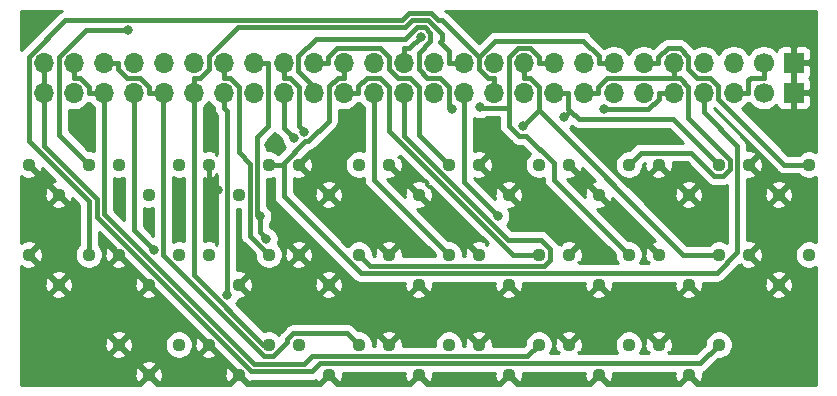
<source format=gbl>
%TF.GenerationSoftware,KiCad,Pcbnew,(5.1.8)-1*%
%TF.CreationDate,2021-03-06T21:28:27+09:00*%
%TF.ProjectId,line_sensor_controler,6c696e65-5f73-4656-9e73-6f725f636f6e,rev?*%
%TF.SameCoordinates,PX7445a00PY43d3480*%
%TF.FileFunction,Copper,L2,Bot*%
%TF.FilePolarity,Positive*%
%FSLAX46Y46*%
G04 Gerber Fmt 4.6, Leading zero omitted, Abs format (unit mm)*
G04 Created by KiCad (PCBNEW (5.1.8)-1) date 2021-03-06 21:28:27*
%MOMM*%
%LPD*%
G01*
G04 APERTURE LIST*
%TA.AperFunction,ComponentPad*%
%ADD10C,1.700000*%
%TD*%
%TA.AperFunction,ComponentPad*%
%ADD11O,1.700000X1.700000*%
%TD*%
%TA.AperFunction,ComponentPad*%
%ADD12R,1.700000X1.700000*%
%TD*%
%TA.AperFunction,ComponentPad*%
%ADD13C,1.120000*%
%TD*%
%TA.AperFunction,ViaPad*%
%ADD14C,0.800000*%
%TD*%
%TA.AperFunction,Conductor*%
%ADD15C,0.400000*%
%TD*%
%TA.AperFunction,Conductor*%
%ADD16C,0.254000*%
%TD*%
%TA.AperFunction,Conductor*%
%ADD17C,0.100000*%
%TD*%
G04 APERTURE END LIST*
D10*
%TO.P,J1,1*%
%TO.N,Net-(J1-Pad1)*%
X63500000Y25400000D03*
D11*
%TO.P,J1,2*%
%TO.N,Net-(J1-Pad2)*%
X60960000Y25400000D03*
%TO.P,J1,3*%
%TO.N,Net-(J1-Pad3)*%
X58420000Y25400000D03*
%TO.P,J1,4*%
%TO.N,Net-(J1-Pad4)*%
X55880000Y25400000D03*
%TO.P,J1,5*%
%TO.N,Net-(J1-Pad5)*%
X53340000Y25400000D03*
%TO.P,J1,6*%
%TO.N,Net-(J1-Pad6)*%
X50800000Y25400000D03*
%TO.P,J1,7*%
%TO.N,Net-(J1-Pad7)*%
X48260000Y25400000D03*
%TO.P,J1,8*%
%TO.N,Net-(J1-Pad8)*%
X45720000Y25400000D03*
%TO.P,J1,9*%
%TO.N,Net-(J1-Pad9)*%
X43180000Y25400000D03*
%TO.P,J1,10*%
%TO.N,Net-(J1-Pad10)*%
X40640000Y25400000D03*
%TO.P,J1,11*%
%TO.N,Net-(J1-Pad11)*%
X38100000Y25400000D03*
%TO.P,J1,12*%
%TO.N,Net-(J1-Pad12)*%
X35560000Y25400000D03*
%TO.P,J1,13*%
%TO.N,Net-(J1-Pad13)*%
X33020000Y25400000D03*
%TO.P,J1,14*%
%TO.N,Net-(J1-Pad14)*%
X30480000Y25400000D03*
%TO.P,J1,15*%
%TO.N,Net-(J1-Pad15)*%
X27940000Y25400000D03*
%TO.P,J1,16*%
%TO.N,Net-(J1-Pad16)*%
X25400000Y25400000D03*
%TO.P,J1,17*%
%TO.N,Net-(J1-Pad17)*%
X22860000Y25400000D03*
%TO.P,J1,18*%
%TO.N,Net-(J1-Pad18)*%
X20320000Y25400000D03*
%TO.P,J1,19*%
%TO.N,Net-(J1-Pad19)*%
X17780000Y25400000D03*
%TO.P,J1,20*%
%TO.N,Net-(J1-Pad20)*%
X15240000Y25400000D03*
%TO.P,J1,21*%
%TO.N,Net-(J1-Pad21)*%
X12700000Y25400000D03*
%TO.P,J1,22*%
%TO.N,Net-(J1-Pad22)*%
X10160000Y25400000D03*
%TO.P,J1,23*%
%TO.N,Net-(J1-Pad23)*%
X7620000Y25400000D03*
%TO.P,J1,24*%
%TO.N,Net-(J1-Pad24)*%
X5080000Y25400000D03*
%TO.P,J1,25*%
%TO.N,Net-(J1-Pad25)*%
X2540000Y25400000D03*
%TD*%
%TO.P,J2,25*%
%TO.N,Net-(J1-Pad25)*%
X2540000Y27940000D03*
%TO.P,J2,24*%
%TO.N,Net-(J1-Pad23)*%
X5080000Y27940000D03*
%TO.P,J2,23*%
%TO.N,Net-(J1-Pad21)*%
X7620000Y27940000D03*
%TO.P,J2,22*%
%TO.N,Net-(J1-Pad18)*%
X10160000Y27940000D03*
%TO.P,J2,21*%
%TO.N,Net-(J1-Pad15)*%
X12700000Y27940000D03*
%TO.P,J2,20*%
%TO.N,Net-(J1-Pad14)*%
X15240000Y27940000D03*
%TO.P,J2,19*%
%TO.N,Net-(J1-Pad12)*%
X17780000Y27940000D03*
%TO.P,J2,18*%
%TO.N,Net-(J1-Pad11)*%
X20320000Y27940000D03*
%TO.P,J2,17*%
%TO.N,Net-(J1-Pad8)*%
X22860000Y27940000D03*
%TO.P,J2,16*%
%TO.N,Net-(J1-Pad5)*%
X25400000Y27940000D03*
%TO.P,J2,15*%
%TO.N,Net-(J1-Pad3)*%
X27940000Y27940000D03*
%TO.P,J2,14*%
%TO.N,Net-(J1-Pad1)*%
X30480000Y27940000D03*
%TO.P,J2,13*%
%TO.N,Net-(J1-Pad24)*%
X33020000Y27940000D03*
%TO.P,J2,12*%
%TO.N,Net-(J1-Pad22)*%
X35560000Y27940000D03*
%TO.P,J2,11*%
%TO.N,Net-(J1-Pad20)*%
X38100000Y27940000D03*
%TO.P,J2,10*%
%TO.N,Net-(J1-Pad19)*%
X40640000Y27940000D03*
%TO.P,J2,9*%
%TO.N,Net-(J1-Pad17)*%
X43180000Y27940000D03*
%TO.P,J2,8*%
%TO.N,Net-(J1-Pad16)*%
X45720000Y27940000D03*
%TO.P,J2,7*%
%TO.N,Net-(J1-Pad13)*%
X48260000Y27940000D03*
%TO.P,J2,6*%
%TO.N,Net-(J1-Pad10)*%
X50800000Y27940000D03*
%TO.P,J2,5*%
%TO.N,Net-(J1-Pad9)*%
X53340000Y27940000D03*
%TO.P,J2,4*%
%TO.N,Net-(J1-Pad7)*%
X55880000Y27940000D03*
%TO.P,J2,3*%
%TO.N,Net-(J1-Pad6)*%
X58420000Y27940000D03*
%TO.P,J2,2*%
%TO.N,Net-(J1-Pad4)*%
X60960000Y27940000D03*
D10*
%TO.P,J2,1*%
%TO.N,Net-(J1-Pad2)*%
X63500000Y27940000D03*
%TD*%
D12*
%TO.P,J3,1*%
%TO.N,Net-(J3-Pad1)*%
X66040000Y27940000D03*
%TO.P,J3,2*%
X66040000Y25400000D03*
%TD*%
D13*
%TO.P,R18,1*%
%TO.N,Net-(J1-Pad18)*%
X67310000Y11710000D03*
%TO.P,R18,2*%
%TO.N,Net-(J3-Pad1)*%
X64770000Y9170000D03*
%TO.P,R18,3*%
X62230000Y11710000D03*
%TD*%
%TO.P,R1,1*%
%TO.N,Net-(J1-Pad1)*%
X6350000Y19330000D03*
%TO.P,R1,2*%
%TO.N,Net-(J3-Pad1)*%
X3810000Y16790000D03*
%TO.P,R1,3*%
X1270000Y19330000D03*
%TD*%
%TO.P,R2,1*%
%TO.N,Net-(J1-Pad2)*%
X13970000Y19330000D03*
%TO.P,R2,2*%
%TO.N,Net-(J3-Pad1)*%
X11430000Y16790000D03*
%TO.P,R2,3*%
X8890000Y19330000D03*
%TD*%
%TO.P,R3,3*%
%TO.N,Net-(J3-Pad1)*%
X16510000Y19330000D03*
%TO.P,R3,2*%
X19050000Y16790000D03*
%TO.P,R3,1*%
%TO.N,Net-(J1-Pad3)*%
X21590000Y19330000D03*
%TD*%
%TO.P,R4,1*%
%TO.N,Net-(J1-Pad4)*%
X29210000Y19330000D03*
%TO.P,R4,2*%
%TO.N,Net-(J3-Pad1)*%
X26670000Y16790000D03*
%TO.P,R4,3*%
X24130000Y19330000D03*
%TD*%
%TO.P,R5,3*%
%TO.N,Net-(J3-Pad1)*%
X31750000Y19330000D03*
%TO.P,R5,2*%
X34290000Y16790000D03*
%TO.P,R5,1*%
%TO.N,Net-(J1-Pad5)*%
X36830000Y19330000D03*
%TD*%
%TO.P,R6,1*%
%TO.N,Net-(J1-Pad6)*%
X44450000Y19330000D03*
%TO.P,R6,2*%
%TO.N,Net-(J3-Pad1)*%
X41910000Y16790000D03*
%TO.P,R6,3*%
X39370000Y19330000D03*
%TD*%
%TO.P,R7,3*%
%TO.N,Net-(J3-Pad1)*%
X46990000Y19330000D03*
%TO.P,R7,2*%
X49530000Y16790000D03*
%TO.P,R7,1*%
%TO.N,Net-(J1-Pad7)*%
X52070000Y19330000D03*
%TD*%
%TO.P,R8,1*%
%TO.N,Net-(J1-Pad8)*%
X59690000Y19330000D03*
%TO.P,R8,2*%
%TO.N,Net-(J3-Pad1)*%
X57150000Y16790000D03*
%TO.P,R8,3*%
X54610000Y19330000D03*
%TD*%
%TO.P,R9,3*%
%TO.N,Net-(J3-Pad1)*%
X62230000Y19330000D03*
%TO.P,R9,2*%
X64770000Y16790000D03*
%TO.P,R9,1*%
%TO.N,Net-(J1-Pad9)*%
X67310000Y19330000D03*
%TD*%
%TO.P,R10,1*%
%TO.N,Net-(J1-Pad10)*%
X6350000Y11710000D03*
%TO.P,R10,2*%
%TO.N,Net-(J3-Pad1)*%
X3810000Y9170000D03*
%TO.P,R10,3*%
X1270000Y11710000D03*
%TD*%
%TO.P,R11,3*%
%TO.N,Net-(J3-Pad1)*%
X8890000Y11710000D03*
%TO.P,R11,2*%
X11430000Y9170000D03*
%TO.P,R11,1*%
%TO.N,Net-(J1-Pad11)*%
X13970000Y11710000D03*
%TD*%
%TO.P,R12,1*%
%TO.N,Net-(J1-Pad12)*%
X21590000Y11710000D03*
%TO.P,R12,2*%
%TO.N,Net-(J3-Pad1)*%
X19050000Y9170000D03*
%TO.P,R12,3*%
X16510000Y11710000D03*
%TD*%
%TO.P,R13,3*%
%TO.N,Net-(J3-Pad1)*%
X24130000Y11710000D03*
%TO.P,R13,2*%
X26670000Y9170000D03*
%TO.P,R13,1*%
%TO.N,Net-(J1-Pad13)*%
X29210000Y11710000D03*
%TD*%
%TO.P,R14,1*%
%TO.N,Net-(J1-Pad14)*%
X36830000Y11710000D03*
%TO.P,R14,2*%
%TO.N,Net-(J3-Pad1)*%
X34290000Y9170000D03*
%TO.P,R14,3*%
X31750000Y11710000D03*
%TD*%
%TO.P,R15,3*%
%TO.N,Net-(J3-Pad1)*%
X39370000Y11710000D03*
%TO.P,R15,2*%
X41910000Y9170000D03*
%TO.P,R15,1*%
%TO.N,Net-(J1-Pad15)*%
X44450000Y11710000D03*
%TD*%
%TO.P,R16,1*%
%TO.N,Net-(J1-Pad16)*%
X52070000Y11710000D03*
%TO.P,R16,2*%
%TO.N,Net-(J3-Pad1)*%
X49530000Y9170000D03*
%TO.P,R16,3*%
X46990000Y11710000D03*
%TD*%
%TO.P,R17,3*%
%TO.N,Net-(J3-Pad1)*%
X54610000Y11710000D03*
%TO.P,R17,2*%
X57150000Y9170000D03*
%TO.P,R17,1*%
%TO.N,Net-(J1-Pad17)*%
X59690000Y11710000D03*
%TD*%
%TO.P,R19,3*%
%TO.N,Net-(J3-Pad1)*%
X8890000Y4090000D03*
%TO.P,R19,2*%
X11430000Y1550000D03*
%TO.P,R19,1*%
%TO.N,Net-(J1-Pad19)*%
X13970000Y4090000D03*
%TD*%
%TO.P,R20,1*%
%TO.N,Net-(J1-Pad20)*%
X21590000Y4090000D03*
%TO.P,R20,2*%
%TO.N,Net-(J3-Pad1)*%
X19050000Y1550000D03*
%TO.P,R20,3*%
X16510000Y4090000D03*
%TD*%
%TO.P,R21,3*%
%TO.N,Net-(J3-Pad1)*%
X24130000Y4090000D03*
%TO.P,R21,2*%
X26670000Y1550000D03*
%TO.P,R21,1*%
%TO.N,Net-(J1-Pad21)*%
X29210000Y4090000D03*
%TD*%
%TO.P,R22,1*%
%TO.N,Net-(J1-Pad22)*%
X36830000Y4090000D03*
%TO.P,R22,2*%
%TO.N,Net-(J3-Pad1)*%
X34290000Y1550000D03*
%TO.P,R22,3*%
X31750000Y4090000D03*
%TD*%
%TO.P,R23,3*%
%TO.N,Net-(J3-Pad1)*%
X39370000Y4090000D03*
%TO.P,R23,2*%
X41910000Y1550000D03*
%TO.P,R23,1*%
%TO.N,Net-(J1-Pad23)*%
X44450000Y4090000D03*
%TD*%
%TO.P,R24,1*%
%TO.N,Net-(J1-Pad24)*%
X52070000Y4090000D03*
%TO.P,R24,2*%
%TO.N,Net-(J3-Pad1)*%
X49530000Y1550000D03*
%TO.P,R24,3*%
X46990000Y4090000D03*
%TD*%
%TO.P,R25,3*%
%TO.N,Net-(J3-Pad1)*%
X54610000Y4090000D03*
%TO.P,R25,2*%
X57150000Y1550000D03*
%TO.P,R25,1*%
%TO.N,Net-(J1-Pad25)*%
X59690000Y4090000D03*
%TD*%
D14*
%TO.N,Net-(J1-Pad1)*%
X9712900Y30727500D03*
%TO.N,Net-(J1-Pad4)*%
X50002600Y23996900D03*
%TO.N,Net-(J1-Pad8)*%
X24616700Y22114600D03*
X46609400Y23361300D03*
%TO.N,Net-(J1-Pad11)*%
X41025700Y14964500D03*
X20854300Y14964500D03*
X21406700Y13045700D03*
%TO.N,Net-(J1-Pad16)*%
X37144900Y23991100D03*
X39493900Y24179600D03*
%TO.N,Net-(J1-Pad17)*%
X43103300Y22561000D03*
X23728100Y21552100D03*
%TO.N,Net-(J1-Pad19)*%
X18087400Y8276200D03*
%TO.N,Net-(J1-Pad22)*%
X11848300Y12090600D03*
%TO.N,Net-(J1-Pad24)*%
X34482200Y30159900D03*
%TO.N,Net-(J3-Pad1)*%
X26670000Y19685000D03*
X29210000Y17145000D03*
X24765000Y17145000D03*
X43815000Y17145000D03*
X41910000Y19685000D03*
X8890000Y16510000D03*
X5715000Y22860000D03*
X11430000Y14605000D03*
X13970000Y14605000D03*
X16510000Y22225000D03*
X21590000Y20955000D03*
X17287400Y17145000D03*
X19685000Y11430000D03*
X1270000Y31750000D03*
%TD*%
D15*
%TO.N,Net-(J1-Pad1)*%
X6350000Y19330000D02*
X3810000Y21870000D01*
X3810000Y21870000D02*
X3810000Y28441300D01*
X3810000Y28441300D02*
X6096200Y30727500D01*
X6096200Y30727500D02*
X9712900Y30727500D01*
%TO.N,Net-(J1-Pad2)*%
X60960000Y25400000D02*
X62210300Y25400000D01*
X63500000Y27940000D02*
X63500000Y26689700D01*
X63500000Y26689700D02*
X62432700Y26689700D01*
X62432700Y26689700D02*
X62210300Y26467300D01*
X62210300Y26467300D02*
X62210300Y25400000D01*
%TO.N,Net-(J1-Pad3)*%
X22860000Y19330000D02*
X22860000Y19469800D01*
X22860000Y19469800D02*
X24704500Y21314300D01*
X24704500Y21314300D02*
X24948200Y21314300D01*
X24948200Y21314300D02*
X26689600Y23055700D01*
X26689600Y23055700D02*
X26689600Y25957400D01*
X26689600Y25957400D02*
X27421900Y26689700D01*
X27421900Y26689700D02*
X27940000Y26689700D01*
X22860000Y19330000D02*
X22860000Y16640800D01*
X22860000Y16640800D02*
X29370400Y10130400D01*
X29370400Y10130400D02*
X59514800Y10130400D01*
X59514800Y10130400D02*
X61269600Y11885200D01*
X61269600Y11885200D02*
X61269600Y20906600D01*
X61269600Y20906600D02*
X58420000Y23756200D01*
X58420000Y23756200D02*
X58420000Y25400000D01*
X21590000Y19330000D02*
X22860000Y19330000D01*
X27940000Y27940000D02*
X27940000Y26689700D01*
%TO.N,Net-(J1-Pad4)*%
X50002600Y23996900D02*
X53744700Y23996900D01*
X53744700Y23996900D02*
X54629700Y24881900D01*
X54629700Y24881900D02*
X54629700Y25400000D01*
X55880000Y25400000D02*
X54629700Y25400000D01*
%TO.N,Net-(J1-Pad5)*%
X25400000Y27940000D02*
X26650300Y27940000D01*
X36830000Y19330000D02*
X34290000Y21870000D01*
X34290000Y21870000D02*
X34290000Y25903000D01*
X34290000Y25903000D02*
X33523200Y26669800D01*
X33523200Y26669800D02*
X32508000Y26669800D01*
X32508000Y26669800D02*
X31750000Y27427800D01*
X31750000Y27427800D02*
X31750000Y28461100D01*
X31750000Y28461100D02*
X30998600Y29212500D01*
X30998600Y29212500D02*
X27404700Y29212500D01*
X27404700Y29212500D02*
X26650300Y28458100D01*
X26650300Y28458100D02*
X26650300Y27940000D01*
%TO.N,Net-(J1-Pad7)*%
X48260000Y25400000D02*
X49510300Y25400000D01*
X55880000Y26650300D02*
X50242500Y26650300D01*
X50242500Y26650300D02*
X49510300Y25918100D01*
X49510300Y25918100D02*
X49510300Y25400000D01*
X52070000Y19330000D02*
X53082000Y20342000D01*
X53082000Y20342000D02*
X57320000Y20342000D01*
X57320000Y20342000D02*
X59292300Y18369700D01*
X59292300Y18369700D02*
X60087800Y18369700D01*
X60087800Y18369700D02*
X60650300Y18932200D01*
X60650300Y18932200D02*
X60650300Y19727900D01*
X60650300Y19727900D02*
X57130300Y23247900D01*
X57130300Y23247900D02*
X57130300Y25917900D01*
X57130300Y25917900D02*
X56397900Y26650300D01*
X56397900Y26650300D02*
X55880000Y26650300D01*
X55880000Y26650300D02*
X55880000Y26689700D01*
X55880000Y27940000D02*
X55880000Y26689700D01*
%TO.N,Net-(J1-Pad8)*%
X22860000Y26689700D02*
X23378100Y26689700D01*
X23378100Y26689700D02*
X24130000Y25937800D01*
X24130000Y25937800D02*
X24130000Y22601300D01*
X24130000Y22601300D02*
X24616700Y22114600D01*
X47140100Y23892000D02*
X46609400Y23361300D01*
X47140100Y23892000D02*
X47835500Y23196600D01*
X47835500Y23196600D02*
X55823400Y23196600D01*
X55823400Y23196600D02*
X59690000Y19330000D01*
X46970300Y25400000D02*
X46970300Y24061800D01*
X46970300Y24061800D02*
X47140100Y23892000D01*
X22860000Y27940000D02*
X22860000Y26689700D01*
X45720000Y25400000D02*
X46970300Y25400000D01*
%TO.N,Net-(J1-Pad9)*%
X67310000Y19330000D02*
X65244800Y19330000D01*
X65244800Y19330000D02*
X59670400Y24904400D01*
X59670400Y24904400D02*
X59670400Y25981000D01*
X59670400Y25981000D02*
X58981400Y26670000D01*
X58981400Y26670000D02*
X57882200Y26670000D01*
X57882200Y26670000D02*
X57130300Y27421900D01*
X57130300Y27421900D02*
X57130300Y28457900D01*
X57130300Y28457900D02*
X56397900Y29190300D01*
X56397900Y29190300D02*
X55362100Y29190300D01*
X55362100Y29190300D02*
X54590300Y28418500D01*
X54590300Y28418500D02*
X54590300Y27940000D01*
X53340000Y27940000D02*
X54590300Y27940000D01*
%TO.N,Net-(J1-Pad10)*%
X39370000Y28441400D02*
X36250900Y31560500D01*
X36250900Y31560500D02*
X35911200Y31560500D01*
X35911200Y31560500D02*
X35310900Y32160800D01*
X35310900Y32160800D02*
X33484700Y32160800D01*
X33484700Y32160800D02*
X32884400Y31560500D01*
X32884400Y31560500D02*
X4363500Y31560500D01*
X4363500Y31560500D02*
X1276400Y28473400D01*
X1276400Y28473400D02*
X1276400Y21338300D01*
X1276400Y21338300D02*
X6350000Y16264700D01*
X6350000Y16264700D02*
X6350000Y11710000D01*
X50800000Y27940000D02*
X49549700Y27940000D01*
X39370000Y28441400D02*
X39370000Y27402200D01*
X39370000Y27402200D02*
X40121900Y26650300D01*
X40121900Y26650300D02*
X40640000Y26650300D01*
X49549700Y27940000D02*
X49549700Y28487000D01*
X49549700Y28487000D02*
X48205300Y29831400D01*
X48205300Y29831400D02*
X40760000Y29831400D01*
X40760000Y29831400D02*
X39370000Y28441400D01*
X40640000Y25400000D02*
X40640000Y26650300D01*
%TO.N,Net-(J1-Pad11)*%
X20854300Y14964500D02*
X20854300Y13598100D01*
X20854300Y13598100D02*
X21406700Y13045700D01*
X21570300Y27940000D02*
X21570300Y22578200D01*
X21570300Y22578200D02*
X20629600Y21637500D01*
X20629600Y21637500D02*
X20629600Y15189200D01*
X20629600Y15189200D02*
X20854300Y14964500D01*
X38100000Y25400000D02*
X38100000Y17890200D01*
X38100000Y17890200D02*
X41025700Y14964500D01*
X20320000Y27940000D02*
X21570300Y27940000D01*
%TO.N,Net-(J1-Pad12)*%
X17780000Y26689700D02*
X18298100Y26689700D01*
X18298100Y26689700D02*
X19050000Y25937800D01*
X19050000Y25937800D02*
X19050000Y20393100D01*
X19050000Y20393100D02*
X20029300Y19413800D01*
X20029300Y19413800D02*
X20029300Y13270700D01*
X20029300Y13270700D02*
X21590000Y11710000D01*
X17780000Y27940000D02*
X17780000Y26689700D01*
%TO.N,Net-(J1-Pad13)*%
X29210000Y11710000D02*
X30186100Y10733900D01*
X30186100Y10733900D02*
X44891700Y10733900D01*
X44891700Y10733900D02*
X45410400Y11252600D01*
X45410400Y11252600D02*
X45410400Y12193700D01*
X45410400Y12193700D02*
X44624100Y12980000D01*
X44624100Y12980000D02*
X41821100Y12980000D01*
X41821100Y12980000D02*
X33020000Y21781100D01*
X33020000Y21781100D02*
X33020000Y25400000D01*
%TO.N,Net-(J1-Pad14)*%
X36830000Y11710000D02*
X30480000Y18060000D01*
X30480000Y18060000D02*
X30480000Y25400000D01*
%TO.N,Net-(J1-Pad15)*%
X29190300Y25400000D02*
X29190300Y25947000D01*
X29190300Y25947000D02*
X29913300Y26670000D01*
X29913300Y26670000D02*
X30983400Y26670000D01*
X30983400Y26670000D02*
X31750000Y25903400D01*
X31750000Y25903400D02*
X31750000Y22202200D01*
X31750000Y22202200D02*
X42242200Y11710000D01*
X42242200Y11710000D02*
X44450000Y11710000D01*
X27940000Y25400000D02*
X29190300Y25400000D01*
%TO.N,Net-(J1-Pad16)*%
X41910000Y24149600D02*
X41910000Y22622600D01*
X41910000Y22622600D02*
X42771900Y21760700D01*
X42771900Y21760700D02*
X43415300Y21760700D01*
X43415300Y21760700D02*
X45720000Y19456000D01*
X45720000Y19456000D02*
X45720000Y18060000D01*
X45720000Y18060000D02*
X52070000Y11710000D01*
X44469700Y27940000D02*
X44469700Y28458100D01*
X44469700Y28458100D02*
X43730000Y29197800D01*
X43730000Y29197800D02*
X42663300Y29197800D01*
X42663300Y29197800D02*
X41910000Y28444500D01*
X41910000Y28444500D02*
X41910000Y24149600D01*
X41910000Y24149600D02*
X39523900Y24149600D01*
X39523900Y24149600D02*
X39493900Y24179600D01*
X25400000Y25400000D02*
X25400000Y25928500D01*
X25400000Y25928500D02*
X24110400Y27218100D01*
X24110400Y27218100D02*
X24110400Y28486700D01*
X24110400Y28486700D02*
X25557200Y29933500D01*
X25557200Y29933500D02*
X33105500Y29933500D01*
X33105500Y29933500D02*
X34132200Y30960200D01*
X34132200Y30960200D02*
X34813700Y30960200D01*
X34813700Y30960200D02*
X35285200Y30488700D01*
X35285200Y30488700D02*
X35285200Y29755500D01*
X35285200Y29755500D02*
X34290000Y28760300D01*
X34290000Y28760300D02*
X34290000Y27405100D01*
X34290000Y27405100D02*
X35025100Y26670000D01*
X35025100Y26670000D02*
X36072200Y26670000D01*
X36072200Y26670000D02*
X36849600Y25892600D01*
X36849600Y25892600D02*
X36849600Y24286400D01*
X36849600Y24286400D02*
X37144900Y23991100D01*
X45720000Y27940000D02*
X44469700Y27940000D01*
%TO.N,Net-(J1-Pad17)*%
X22860000Y25400000D02*
X22860000Y22420200D01*
X22860000Y22420200D02*
X23728100Y21552100D01*
X44450000Y23907700D02*
X44450000Y25937800D01*
X44450000Y25937800D02*
X43698100Y26689700D01*
X43698100Y26689700D02*
X43180000Y26689700D01*
X43103300Y22561000D02*
X44450000Y23907700D01*
X59690000Y11710000D02*
X56647700Y11710000D01*
X56647700Y11710000D02*
X44450000Y23907700D01*
X43180000Y27940000D02*
X43180000Y26689700D01*
%TO.N,Net-(J1-Pad19)*%
X17780000Y25400000D02*
X17780000Y24149700D01*
X18087400Y8276200D02*
X18087400Y23842300D01*
X18087400Y23842300D02*
X17780000Y24149700D01*
%TO.N,Net-(J1-Pad20)*%
X36849700Y27940000D02*
X36849700Y28924200D01*
X36849700Y28924200D02*
X36076300Y29697600D01*
X36076300Y29697600D02*
X36252200Y29873500D01*
X36252200Y29873500D02*
X36252200Y30370700D01*
X36252200Y30370700D02*
X35900500Y30722400D01*
X35900500Y30722400D02*
X35900400Y30722400D01*
X35900400Y30722400D02*
X35062300Y31560500D01*
X35062300Y31560500D02*
X33733300Y31560500D01*
X33733300Y31560500D02*
X33133000Y30960200D01*
X33133000Y30960200D02*
X19004700Y30960200D01*
X19004700Y30960200D02*
X16529600Y28485100D01*
X16529600Y28485100D02*
X16529600Y27421800D01*
X16529600Y27421800D02*
X15758100Y26650300D01*
X15758100Y26650300D02*
X15240000Y26650300D01*
X15240000Y25400000D02*
X15240000Y9991900D01*
X15240000Y9991900D02*
X21141900Y4090000D01*
X21141900Y4090000D02*
X21590000Y4090000D01*
X15240000Y25400000D02*
X15240000Y26650300D01*
X38100000Y27940000D02*
X36849700Y27940000D01*
%TO.N,Net-(J1-Pad21)*%
X29210000Y4090000D02*
X28247400Y5052600D01*
X28247400Y5052600D02*
X23691800Y5052600D01*
X23691800Y5052600D02*
X23160100Y4520900D01*
X23160100Y4520900D02*
X23160100Y4291600D01*
X23160100Y4291600D02*
X21959100Y3090600D01*
X21959100Y3090600D02*
X21229700Y3090600D01*
X21229700Y3090600D02*
X12648600Y11671700D01*
X12648600Y11671700D02*
X12648600Y24826300D01*
X12648600Y24826300D02*
X12074900Y25400000D01*
X12074900Y25400000D02*
X11449700Y25400000D01*
X12700000Y25400000D02*
X12074900Y25400000D01*
X7620000Y27940000D02*
X8870300Y27940000D01*
X8870300Y27940000D02*
X8870300Y27392900D01*
X8870300Y27392900D02*
X9573500Y26689700D01*
X9573500Y26689700D02*
X10678100Y26689700D01*
X10678100Y26689700D02*
X11449700Y25918100D01*
X11449700Y25918100D02*
X11449700Y25400000D01*
%TO.N,Net-(J1-Pad22)*%
X11848300Y12090600D02*
X10160000Y13778900D01*
X10160000Y13778900D02*
X10160000Y25400000D01*
%TO.N,Net-(J1-Pad23)*%
X7021900Y25400000D02*
X7629500Y24792400D01*
X7629500Y24792400D02*
X7629500Y15177700D01*
X7629500Y15177700D02*
X20364300Y2442900D01*
X20364300Y2442900D02*
X24591500Y2442900D01*
X24591500Y2442900D02*
X25272300Y3123700D01*
X25272300Y3123700D02*
X43483700Y3123700D01*
X43483700Y3123700D02*
X44450000Y4090000D01*
X7021900Y25400000D02*
X6369700Y25400000D01*
X7620000Y25400000D02*
X7021900Y25400000D01*
X5080000Y27940000D02*
X5080000Y26689700D01*
X5080000Y26689700D02*
X5598100Y26689700D01*
X5598100Y26689700D02*
X6369700Y25918100D01*
X6369700Y25918100D02*
X6369700Y25400000D01*
%TO.N,Net-(J1-Pad24)*%
X33020000Y27940000D02*
X33020000Y29190300D01*
X33020000Y29190300D02*
X33512600Y29190300D01*
X33512600Y29190300D02*
X34482200Y30159900D01*
%TO.N,Net-(J1-Pad25)*%
X2540000Y24149700D02*
X2540000Y20923600D01*
X2540000Y20923600D02*
X7029200Y16434400D01*
X7029200Y16434400D02*
X7029200Y14929100D01*
X7029200Y14929100D02*
X20115700Y1842600D01*
X20115700Y1842600D02*
X25264400Y1842600D01*
X25264400Y1842600D02*
X25939200Y2517400D01*
X25939200Y2517400D02*
X58117400Y2517400D01*
X58117400Y2517400D02*
X59690000Y4090000D01*
X2540000Y25400000D02*
X2540000Y24149700D01*
X2540000Y27940000D02*
X2540000Y25400000D01*
%TO.N,Net-(J3-Pad1)*%
X16510000Y17922400D02*
X17287400Y17145000D01*
X16510000Y19330000D02*
X16510000Y17922400D01*
%TD*%
D16*
%TO.N,Net-(J3-Pad1)*%
X64625359Y18768573D02*
X64651509Y18736709D01*
X64721294Y18679438D01*
X64778654Y18632364D01*
X64923713Y18554828D01*
X65081111Y18507082D01*
X65244799Y18490960D01*
X65285818Y18495000D01*
X66455015Y18495000D01*
X66548232Y18401783D01*
X66743955Y18271005D01*
X66961431Y18180923D01*
X67192303Y18135000D01*
X67427697Y18135000D01*
X67658569Y18180923D01*
X67876045Y18271005D01*
X67920000Y18300375D01*
X67920001Y12739625D01*
X67876045Y12768995D01*
X67658569Y12859077D01*
X67427697Y12905000D01*
X67192303Y12905000D01*
X66961431Y12859077D01*
X66743955Y12768995D01*
X66548232Y12638217D01*
X66381783Y12471768D01*
X66251005Y12276045D01*
X66160923Y12058569D01*
X66115000Y11827697D01*
X66115000Y11592303D01*
X66160923Y11361431D01*
X66251005Y11143955D01*
X66381783Y10948232D01*
X66548232Y10781783D01*
X66743955Y10651005D01*
X66961431Y10560923D01*
X67192303Y10515000D01*
X67427697Y10515000D01*
X67658569Y10560923D01*
X67876045Y10651005D01*
X67920001Y10680375D01*
X67920001Y660000D01*
X57778221Y660000D01*
X57791533Y728862D01*
X57150000Y1370395D01*
X56508467Y728862D01*
X56521779Y660000D01*
X50158221Y660000D01*
X50171533Y728862D01*
X49530000Y1370395D01*
X48888467Y728862D01*
X48901779Y660000D01*
X42538221Y660000D01*
X42551533Y728862D01*
X41910000Y1370395D01*
X41268467Y728862D01*
X41281779Y660000D01*
X34918221Y660000D01*
X34931533Y728862D01*
X34290000Y1370395D01*
X33648467Y728862D01*
X33661779Y660000D01*
X27298221Y660000D01*
X27311533Y728862D01*
X26670000Y1370395D01*
X26028467Y728862D01*
X26041779Y660000D01*
X19678221Y660000D01*
X19691533Y728862D01*
X19050000Y1370395D01*
X18408467Y728862D01*
X18421779Y660000D01*
X12058221Y660000D01*
X12071533Y728862D01*
X11430000Y1370395D01*
X10788467Y728862D01*
X10801779Y660000D01*
X660000Y660000D01*
X660000Y1469975D01*
X10231887Y1469975D01*
X10270521Y1237772D01*
X10353713Y1017568D01*
X10389347Y950902D01*
X10608862Y908467D01*
X11250395Y1550000D01*
X11609605Y1550000D01*
X12251138Y908467D01*
X12470653Y950902D01*
X12567535Y1165436D01*
X12620703Y1394748D01*
X12623072Y1469975D01*
X17851887Y1469975D01*
X17890521Y1237772D01*
X17973713Y1017568D01*
X18009347Y950902D01*
X18228862Y908467D01*
X18870395Y1550000D01*
X18228862Y2191533D01*
X18009347Y2149098D01*
X17912465Y1934564D01*
X17859297Y1705252D01*
X17851887Y1469975D01*
X12623072Y1469975D01*
X12628113Y1630025D01*
X12589479Y1862228D01*
X12506287Y2082432D01*
X12470653Y2149098D01*
X12251138Y2191533D01*
X11609605Y1550000D01*
X11250395Y1550000D01*
X10608862Y2191533D01*
X10389347Y2149098D01*
X10292465Y1934564D01*
X10239297Y1705252D01*
X10231887Y1469975D01*
X660000Y1469975D01*
X660000Y2371138D01*
X10788467Y2371138D01*
X11430000Y1729605D01*
X12071533Y2371138D01*
X12029098Y2590653D01*
X11814564Y2687535D01*
X11585252Y2740703D01*
X11349975Y2748113D01*
X11117772Y2709479D01*
X10897568Y2626287D01*
X10830902Y2590653D01*
X10788467Y2371138D01*
X660000Y2371138D01*
X660000Y3268862D01*
X8248467Y3268862D01*
X8290902Y3049347D01*
X8505436Y2952465D01*
X8734748Y2899297D01*
X8970025Y2891887D01*
X9202228Y2930521D01*
X9422432Y3013713D01*
X9489098Y3049347D01*
X9531533Y3268862D01*
X8890000Y3910395D01*
X8248467Y3268862D01*
X660000Y3268862D01*
X660000Y4009975D01*
X7691887Y4009975D01*
X7730521Y3777772D01*
X7813713Y3557568D01*
X7849347Y3490902D01*
X8068862Y3448467D01*
X8710395Y4090000D01*
X9069605Y4090000D01*
X9711138Y3448467D01*
X9930653Y3490902D01*
X10027535Y3705436D01*
X10080703Y3934748D01*
X10088113Y4170025D01*
X10081846Y4207697D01*
X12775000Y4207697D01*
X12775000Y3972303D01*
X12820923Y3741431D01*
X12911005Y3523955D01*
X13041783Y3328232D01*
X13208232Y3161783D01*
X13403955Y3031005D01*
X13621431Y2940923D01*
X13852303Y2895000D01*
X14087697Y2895000D01*
X14318569Y2940923D01*
X14536045Y3031005D01*
X14731768Y3161783D01*
X14838847Y3268862D01*
X15868467Y3268862D01*
X15910902Y3049347D01*
X16125436Y2952465D01*
X16354748Y2899297D01*
X16590025Y2891887D01*
X16822228Y2930521D01*
X17042432Y3013713D01*
X17109098Y3049347D01*
X17151533Y3268862D01*
X16510000Y3910395D01*
X15868467Y3268862D01*
X14838847Y3268862D01*
X14898217Y3328232D01*
X15028995Y3523955D01*
X15119077Y3741431D01*
X15165000Y3972303D01*
X15165000Y4009975D01*
X15311887Y4009975D01*
X15350521Y3777772D01*
X15433713Y3557568D01*
X15469347Y3490902D01*
X15688862Y3448467D01*
X16330395Y4090000D01*
X15688862Y4731533D01*
X15469347Y4689098D01*
X15372465Y4474564D01*
X15319297Y4245252D01*
X15311887Y4009975D01*
X15165000Y4009975D01*
X15165000Y4207697D01*
X15119077Y4438569D01*
X15028995Y4656045D01*
X14898217Y4851768D01*
X14731768Y5018217D01*
X14536045Y5148995D01*
X14318569Y5239077D01*
X14087697Y5285000D01*
X13852303Y5285000D01*
X13621431Y5239077D01*
X13403955Y5148995D01*
X13208232Y5018217D01*
X13041783Y4851768D01*
X12911005Y4656045D01*
X12820923Y4438569D01*
X12775000Y4207697D01*
X10081846Y4207697D01*
X10049479Y4402228D01*
X9966287Y4622432D01*
X9930653Y4689098D01*
X9711138Y4731533D01*
X9069605Y4090000D01*
X8710395Y4090000D01*
X8068862Y4731533D01*
X7849347Y4689098D01*
X7752465Y4474564D01*
X7699297Y4245252D01*
X7691887Y4009975D01*
X660000Y4009975D01*
X660000Y4911138D01*
X8248467Y4911138D01*
X8890000Y4269605D01*
X9531533Y4911138D01*
X9489098Y5130653D01*
X9274564Y5227535D01*
X9045252Y5280703D01*
X8809975Y5288113D01*
X8577772Y5249479D01*
X8357568Y5166287D01*
X8290902Y5130653D01*
X8248467Y4911138D01*
X660000Y4911138D01*
X660000Y8348862D01*
X3168467Y8348862D01*
X3210902Y8129347D01*
X3425436Y8032465D01*
X3654748Y7979297D01*
X3890025Y7971887D01*
X4122228Y8010521D01*
X4342432Y8093713D01*
X4409098Y8129347D01*
X4451533Y8348862D01*
X10788467Y8348862D01*
X10830902Y8129347D01*
X11045436Y8032465D01*
X11274748Y7979297D01*
X11510025Y7971887D01*
X11742228Y8010521D01*
X11962432Y8093713D01*
X12029098Y8129347D01*
X12071533Y8348862D01*
X11430000Y8990395D01*
X10788467Y8348862D01*
X4451533Y8348862D01*
X3810000Y8990395D01*
X3168467Y8348862D01*
X660000Y8348862D01*
X660000Y9089975D01*
X2611887Y9089975D01*
X2650521Y8857772D01*
X2733713Y8637568D01*
X2769347Y8570902D01*
X2988862Y8528467D01*
X3630395Y9170000D01*
X3989605Y9170000D01*
X4631138Y8528467D01*
X4850653Y8570902D01*
X4947535Y8785436D01*
X5000703Y9014748D01*
X5003072Y9089975D01*
X10231887Y9089975D01*
X10270521Y8857772D01*
X10353713Y8637568D01*
X10389347Y8570902D01*
X10608862Y8528467D01*
X11250395Y9170000D01*
X10608862Y9811533D01*
X10389347Y9769098D01*
X10292465Y9554564D01*
X10239297Y9325252D01*
X10231887Y9089975D01*
X5003072Y9089975D01*
X5008113Y9250025D01*
X4969479Y9482228D01*
X4886287Y9702432D01*
X4850653Y9769098D01*
X4631138Y9811533D01*
X3989605Y9170000D01*
X3630395Y9170000D01*
X2988862Y9811533D01*
X2769347Y9769098D01*
X2672465Y9554564D01*
X2619297Y9325252D01*
X2611887Y9089975D01*
X660000Y9089975D01*
X660000Y9991138D01*
X3168467Y9991138D01*
X3810000Y9349605D01*
X4451533Y9991138D01*
X4409098Y10210653D01*
X4194564Y10307535D01*
X3965252Y10360703D01*
X3729975Y10368113D01*
X3497772Y10329479D01*
X3277568Y10246287D01*
X3210902Y10210653D01*
X3168467Y9991138D01*
X660000Y9991138D01*
X660000Y10725743D01*
X670902Y10669347D01*
X885436Y10572465D01*
X1114748Y10519297D01*
X1350025Y10511887D01*
X1582228Y10550521D01*
X1802432Y10633713D01*
X1869098Y10669347D01*
X1911533Y10888862D01*
X1270000Y11530395D01*
X1255858Y11516252D01*
X1076253Y11695857D01*
X1090395Y11710000D01*
X1449605Y11710000D01*
X2091138Y11068467D01*
X2310653Y11110902D01*
X2407535Y11325436D01*
X2460703Y11554748D01*
X2468113Y11790025D01*
X2429479Y12022228D01*
X2346287Y12242432D01*
X2310653Y12309098D01*
X2091138Y12351533D01*
X1449605Y11710000D01*
X1090395Y11710000D01*
X1076253Y11724142D01*
X1255858Y11903747D01*
X1270000Y11889605D01*
X1911533Y12531138D01*
X1869098Y12750653D01*
X1654564Y12847535D01*
X1425252Y12900703D01*
X1189975Y12908113D01*
X957772Y12869479D01*
X737568Y12786287D01*
X670902Y12750653D01*
X660000Y12694257D01*
X660000Y15968862D01*
X3168467Y15968862D01*
X3210902Y15749347D01*
X3425436Y15652465D01*
X3654748Y15599297D01*
X3890025Y15591887D01*
X4122228Y15630521D01*
X4342432Y15713713D01*
X4409098Y15749347D01*
X4451533Y15968862D01*
X3810000Y16610395D01*
X3168467Y15968862D01*
X660000Y15968862D01*
X660000Y16709975D01*
X2611887Y16709975D01*
X2650521Y16477772D01*
X2733713Y16257568D01*
X2769347Y16190902D01*
X2988862Y16148467D01*
X3630395Y16790000D01*
X2988862Y17431533D01*
X2769347Y17389098D01*
X2672465Y17174564D01*
X2619297Y16945252D01*
X2611887Y16709975D01*
X660000Y16709975D01*
X660000Y18345743D01*
X670902Y18289347D01*
X885436Y18192465D01*
X1114748Y18139297D01*
X1350025Y18131887D01*
X1582228Y18170521D01*
X1802432Y18253713D01*
X1869098Y18289347D01*
X1911533Y18508862D01*
X1270000Y19150395D01*
X1255858Y19136252D01*
X1076253Y19315857D01*
X1090395Y19330000D01*
X1076253Y19344142D01*
X1255858Y19523747D01*
X1270000Y19509605D01*
X1284143Y19523747D01*
X1463748Y19344142D01*
X1449605Y19330000D01*
X2091138Y18688467D01*
X2310653Y18730902D01*
X2407535Y18945436D01*
X2422755Y19011078D01*
X3488032Y17945799D01*
X3277568Y17866287D01*
X3210902Y17830653D01*
X3168467Y17611138D01*
X3810000Y16969605D01*
X3824143Y16983747D01*
X4003748Y16804142D01*
X3989605Y16790000D01*
X4631138Y16148467D01*
X4850653Y16190902D01*
X4947535Y16405436D01*
X4962754Y16471077D01*
X5515000Y15918831D01*
X5515001Y12564986D01*
X5421783Y12471768D01*
X5291005Y12276045D01*
X5200923Y12058569D01*
X5155000Y11827697D01*
X5155000Y11592303D01*
X5200923Y11361431D01*
X5291005Y11143955D01*
X5421783Y10948232D01*
X5588232Y10781783D01*
X5783955Y10651005D01*
X6001431Y10560923D01*
X6232303Y10515000D01*
X6467697Y10515000D01*
X6698569Y10560923D01*
X6916045Y10651005D01*
X7111768Y10781783D01*
X7218847Y10888862D01*
X8248467Y10888862D01*
X8290902Y10669347D01*
X8505436Y10572465D01*
X8734748Y10519297D01*
X8970025Y10511887D01*
X9202228Y10550521D01*
X9422432Y10633713D01*
X9489098Y10669347D01*
X9531533Y10888862D01*
X8890000Y11530395D01*
X8248467Y10888862D01*
X7218847Y10888862D01*
X7278217Y10948232D01*
X7408995Y11143955D01*
X7499077Y11361431D01*
X7545000Y11592303D01*
X7545000Y11629975D01*
X7691887Y11629975D01*
X7730521Y11397772D01*
X7813713Y11177568D01*
X7849347Y11110902D01*
X8068862Y11068467D01*
X8710395Y11710000D01*
X8068862Y12351533D01*
X7849347Y12309098D01*
X7752465Y12094564D01*
X7699297Y11865252D01*
X7691887Y11629975D01*
X7545000Y11629975D01*
X7545000Y11827697D01*
X7499077Y12058569D01*
X7408995Y12276045D01*
X7278217Y12471768D01*
X7185000Y12564985D01*
X7185000Y13592433D01*
X19496263Y1281168D01*
X19522409Y1249309D01*
X19566391Y1213214D01*
X19871138Y908467D01*
X20090653Y950902D01*
X20114487Y1003679D01*
X20115700Y1003560D01*
X20156718Y1007600D01*
X25223382Y1007600D01*
X25264400Y1003560D01*
X25305418Y1007600D01*
X25305419Y1007600D01*
X25428089Y1019682D01*
X25575967Y1064540D01*
X25593713Y1017568D01*
X25629347Y950902D01*
X25848862Y908467D01*
X26490395Y1550000D01*
X26476253Y1564142D01*
X26594510Y1682400D01*
X26745490Y1682400D01*
X26863748Y1564142D01*
X26849605Y1550000D01*
X27491138Y908467D01*
X27710653Y950902D01*
X27807535Y1165436D01*
X27860703Y1394748D01*
X27868113Y1630025D01*
X27859399Y1682400D01*
X33098577Y1682400D01*
X33091887Y1469975D01*
X33130521Y1237772D01*
X33213713Y1017568D01*
X33249347Y950902D01*
X33468862Y908467D01*
X34110395Y1550000D01*
X34096253Y1564142D01*
X34214510Y1682400D01*
X34365490Y1682400D01*
X34483748Y1564142D01*
X34469605Y1550000D01*
X35111138Y908467D01*
X35330653Y950902D01*
X35427535Y1165436D01*
X35480703Y1394748D01*
X35488113Y1630025D01*
X35479399Y1682400D01*
X40718577Y1682400D01*
X40711887Y1469975D01*
X40750521Y1237772D01*
X40833713Y1017568D01*
X40869347Y950902D01*
X41088862Y908467D01*
X41730395Y1550000D01*
X41716253Y1564142D01*
X41834510Y1682400D01*
X41985490Y1682400D01*
X42103748Y1564142D01*
X42089605Y1550000D01*
X42731138Y908467D01*
X42950653Y950902D01*
X43047535Y1165436D01*
X43100703Y1394748D01*
X43108113Y1630025D01*
X43099399Y1682400D01*
X48338577Y1682400D01*
X48331887Y1469975D01*
X48370521Y1237772D01*
X48453713Y1017568D01*
X48489347Y950902D01*
X48708862Y908467D01*
X49350395Y1550000D01*
X49336253Y1564142D01*
X49454510Y1682400D01*
X49605490Y1682400D01*
X49723748Y1564142D01*
X49709605Y1550000D01*
X50351138Y908467D01*
X50570653Y950902D01*
X50667535Y1165436D01*
X50720703Y1394748D01*
X50728113Y1630025D01*
X50719399Y1682400D01*
X55958577Y1682400D01*
X55951887Y1469975D01*
X55990521Y1237772D01*
X56073713Y1017568D01*
X56109347Y950902D01*
X56328862Y908467D01*
X56970395Y1550000D01*
X56956253Y1564142D01*
X57074510Y1682400D01*
X57225490Y1682400D01*
X57343748Y1564142D01*
X57329605Y1550000D01*
X57971138Y908467D01*
X58190653Y950902D01*
X58287535Y1165436D01*
X58340703Y1394748D01*
X58348113Y1630025D01*
X58334684Y1710740D01*
X58438487Y1742228D01*
X58583546Y1819764D01*
X58710691Y1924109D01*
X58736846Y1955979D01*
X59675868Y2895000D01*
X59807697Y2895000D01*
X60038569Y2940923D01*
X60256045Y3031005D01*
X60451768Y3161783D01*
X60618217Y3328232D01*
X60748995Y3523955D01*
X60839077Y3741431D01*
X60885000Y3972303D01*
X60885000Y4207697D01*
X60839077Y4438569D01*
X60748995Y4656045D01*
X60618217Y4851768D01*
X60451768Y5018217D01*
X60256045Y5148995D01*
X60038569Y5239077D01*
X59807697Y5285000D01*
X59572303Y5285000D01*
X59341431Y5239077D01*
X59123955Y5148995D01*
X58928232Y5018217D01*
X58761783Y4851768D01*
X58631005Y4656045D01*
X58540923Y4438569D01*
X58495000Y4207697D01*
X58495000Y4075868D01*
X57771533Y3352400D01*
X55527208Y3352400D01*
X55431141Y3448467D01*
X55650653Y3490902D01*
X55747535Y3705436D01*
X55800703Y3934748D01*
X55808113Y4170025D01*
X55769479Y4402228D01*
X55686287Y4622432D01*
X55650653Y4689098D01*
X55431138Y4731533D01*
X54789605Y4090000D01*
X54803748Y4075857D01*
X54624143Y3896252D01*
X54610000Y3910395D01*
X54595858Y3896252D01*
X54416253Y4075857D01*
X54430395Y4090000D01*
X53788862Y4731533D01*
X53569347Y4689098D01*
X53472465Y4474564D01*
X53419297Y4245252D01*
X53411887Y4009975D01*
X53450521Y3777772D01*
X53533713Y3557568D01*
X53569347Y3490902D01*
X53788859Y3448467D01*
X53692792Y3352400D01*
X53014366Y3352400D01*
X53128995Y3523955D01*
X53219077Y3741431D01*
X53265000Y3972303D01*
X53265000Y4207697D01*
X53219077Y4438569D01*
X53128995Y4656045D01*
X52998217Y4851768D01*
X52938847Y4911138D01*
X53968467Y4911138D01*
X54610000Y4269605D01*
X55251533Y4911138D01*
X55209098Y5130653D01*
X54994564Y5227535D01*
X54765252Y5280703D01*
X54529975Y5288113D01*
X54297772Y5249479D01*
X54077568Y5166287D01*
X54010902Y5130653D01*
X53968467Y4911138D01*
X52938847Y4911138D01*
X52831768Y5018217D01*
X52636045Y5148995D01*
X52418569Y5239077D01*
X52187697Y5285000D01*
X51952303Y5285000D01*
X51721431Y5239077D01*
X51503955Y5148995D01*
X51308232Y5018217D01*
X51141783Y4851768D01*
X51011005Y4656045D01*
X50920923Y4438569D01*
X50875000Y4207697D01*
X50875000Y3972303D01*
X50920923Y3741431D01*
X51011005Y3523955D01*
X51125634Y3352400D01*
X47907208Y3352400D01*
X47811141Y3448467D01*
X48030653Y3490902D01*
X48127535Y3705436D01*
X48180703Y3934748D01*
X48188113Y4170025D01*
X48149479Y4402228D01*
X48066287Y4622432D01*
X48030653Y4689098D01*
X47811138Y4731533D01*
X47169605Y4090000D01*
X47183748Y4075857D01*
X47004143Y3896252D01*
X46990000Y3910395D01*
X46975858Y3896252D01*
X46796253Y4075857D01*
X46810395Y4090000D01*
X46168862Y4731533D01*
X45949347Y4689098D01*
X45852465Y4474564D01*
X45799297Y4245252D01*
X45791887Y4009975D01*
X45830521Y3777772D01*
X45913713Y3557568D01*
X45949347Y3490902D01*
X46168859Y3448467D01*
X46072792Y3352400D01*
X45394366Y3352400D01*
X45508995Y3523955D01*
X45599077Y3741431D01*
X45645000Y3972303D01*
X45645000Y4207697D01*
X45599077Y4438569D01*
X45508995Y4656045D01*
X45378217Y4851768D01*
X45318847Y4911138D01*
X46348467Y4911138D01*
X46990000Y4269605D01*
X47631533Y4911138D01*
X47589098Y5130653D01*
X47374564Y5227535D01*
X47145252Y5280703D01*
X46909975Y5288113D01*
X46677772Y5249479D01*
X46457568Y5166287D01*
X46390902Y5130653D01*
X46348467Y4911138D01*
X45318847Y4911138D01*
X45211768Y5018217D01*
X45016045Y5148995D01*
X44798569Y5239077D01*
X44567697Y5285000D01*
X44332303Y5285000D01*
X44101431Y5239077D01*
X43883955Y5148995D01*
X43688232Y5018217D01*
X43521783Y4851768D01*
X43391005Y4656045D01*
X43300923Y4438569D01*
X43255000Y4207697D01*
X43255000Y4075868D01*
X43137832Y3958700D01*
X40561457Y3958700D01*
X40568113Y4170025D01*
X40529479Y4402228D01*
X40446287Y4622432D01*
X40410653Y4689098D01*
X40191138Y4731533D01*
X39549605Y4090000D01*
X39563748Y4075857D01*
X39446590Y3958700D01*
X39293410Y3958700D01*
X39176253Y4075857D01*
X39190395Y4090000D01*
X38548862Y4731533D01*
X38329347Y4689098D01*
X38232465Y4474564D01*
X38179297Y4245252D01*
X38171887Y4009975D01*
X38180418Y3958700D01*
X38022294Y3958700D01*
X38025000Y3972303D01*
X38025000Y4207697D01*
X37979077Y4438569D01*
X37888995Y4656045D01*
X37758217Y4851768D01*
X37698847Y4911138D01*
X38728467Y4911138D01*
X39370000Y4269605D01*
X40011533Y4911138D01*
X39969098Y5130653D01*
X39754564Y5227535D01*
X39525252Y5280703D01*
X39289975Y5288113D01*
X39057772Y5249479D01*
X38837568Y5166287D01*
X38770902Y5130653D01*
X38728467Y4911138D01*
X37698847Y4911138D01*
X37591768Y5018217D01*
X37396045Y5148995D01*
X37178569Y5239077D01*
X36947697Y5285000D01*
X36712303Y5285000D01*
X36481431Y5239077D01*
X36263955Y5148995D01*
X36068232Y5018217D01*
X35901783Y4851768D01*
X35771005Y4656045D01*
X35680923Y4438569D01*
X35635000Y4207697D01*
X35635000Y3972303D01*
X35637706Y3958700D01*
X32941457Y3958700D01*
X32948113Y4170025D01*
X32909479Y4402228D01*
X32826287Y4622432D01*
X32790653Y4689098D01*
X32571138Y4731533D01*
X31929605Y4090000D01*
X31943748Y4075857D01*
X31826590Y3958700D01*
X31673410Y3958700D01*
X31556253Y4075857D01*
X31570395Y4090000D01*
X30928862Y4731533D01*
X30709347Y4689098D01*
X30612465Y4474564D01*
X30559297Y4245252D01*
X30551887Y4009975D01*
X30560418Y3958700D01*
X30402294Y3958700D01*
X30405000Y3972303D01*
X30405000Y4207697D01*
X30359077Y4438569D01*
X30268995Y4656045D01*
X30138217Y4851768D01*
X30078847Y4911138D01*
X31108467Y4911138D01*
X31750000Y4269605D01*
X32391533Y4911138D01*
X32349098Y5130653D01*
X32134564Y5227535D01*
X31905252Y5280703D01*
X31669975Y5288113D01*
X31437772Y5249479D01*
X31217568Y5166287D01*
X31150902Y5130653D01*
X31108467Y4911138D01*
X30078847Y4911138D01*
X29971768Y5018217D01*
X29776045Y5148995D01*
X29558569Y5239077D01*
X29327697Y5285000D01*
X29195867Y5285000D01*
X28866846Y5614021D01*
X28840691Y5645891D01*
X28713546Y5750236D01*
X28568487Y5827772D01*
X28411089Y5875518D01*
X28288419Y5887600D01*
X28288418Y5887600D01*
X28247400Y5891640D01*
X28206382Y5887600D01*
X23732807Y5887600D01*
X23691799Y5891639D01*
X23650791Y5887600D01*
X23650781Y5887600D01*
X23528111Y5875518D01*
X23370713Y5827772D01*
X23225654Y5750236D01*
X23098509Y5645891D01*
X23072354Y5614021D01*
X22598679Y5140346D01*
X22566809Y5114191D01*
X22488046Y5018217D01*
X22462464Y4987045D01*
X22434764Y4935221D01*
X22351768Y5018217D01*
X22156045Y5148995D01*
X21938569Y5239077D01*
X21707697Y5285000D01*
X21472303Y5285000D01*
X21241431Y5239077D01*
X21193532Y5219236D01*
X18843839Y7568928D01*
X18891337Y7616426D01*
X19004605Y7785944D01*
X19082249Y7973392D01*
X19130025Y7971887D01*
X19362228Y8010521D01*
X19582432Y8093713D01*
X19649098Y8129347D01*
X19691533Y8348862D01*
X26028467Y8348862D01*
X26070902Y8129347D01*
X26285436Y8032465D01*
X26514748Y7979297D01*
X26750025Y7971887D01*
X26982228Y8010521D01*
X27202432Y8093713D01*
X27269098Y8129347D01*
X27311533Y8348862D01*
X33648467Y8348862D01*
X33690902Y8129347D01*
X33905436Y8032465D01*
X34134748Y7979297D01*
X34370025Y7971887D01*
X34602228Y8010521D01*
X34822432Y8093713D01*
X34889098Y8129347D01*
X34931533Y8348862D01*
X41268467Y8348862D01*
X41310902Y8129347D01*
X41525436Y8032465D01*
X41754748Y7979297D01*
X41990025Y7971887D01*
X42222228Y8010521D01*
X42442432Y8093713D01*
X42509098Y8129347D01*
X42551533Y8348862D01*
X48888467Y8348862D01*
X48930902Y8129347D01*
X49145436Y8032465D01*
X49374748Y7979297D01*
X49610025Y7971887D01*
X49842228Y8010521D01*
X50062432Y8093713D01*
X50129098Y8129347D01*
X50171533Y8348862D01*
X56508467Y8348862D01*
X56550902Y8129347D01*
X56765436Y8032465D01*
X56994748Y7979297D01*
X57230025Y7971887D01*
X57462228Y8010521D01*
X57682432Y8093713D01*
X57749098Y8129347D01*
X57791533Y8348862D01*
X64128467Y8348862D01*
X64170902Y8129347D01*
X64385436Y8032465D01*
X64614748Y7979297D01*
X64850025Y7971887D01*
X65082228Y8010521D01*
X65302432Y8093713D01*
X65369098Y8129347D01*
X65411533Y8348862D01*
X64770000Y8990395D01*
X64128467Y8348862D01*
X57791533Y8348862D01*
X57150000Y8990395D01*
X56508467Y8348862D01*
X50171533Y8348862D01*
X49530000Y8990395D01*
X48888467Y8348862D01*
X42551533Y8348862D01*
X41910000Y8990395D01*
X41268467Y8348862D01*
X34931533Y8348862D01*
X34290000Y8990395D01*
X33648467Y8348862D01*
X27311533Y8348862D01*
X26670000Y8990395D01*
X26028467Y8348862D01*
X19691533Y8348862D01*
X19050000Y8990395D01*
X19035858Y8976252D01*
X18922400Y9089710D01*
X18922400Y9170000D01*
X19229605Y9170000D01*
X19871138Y8528467D01*
X20090653Y8570902D01*
X20187535Y8785436D01*
X20240703Y9014748D01*
X20243072Y9089975D01*
X25471887Y9089975D01*
X25510521Y8857772D01*
X25593713Y8637568D01*
X25629347Y8570902D01*
X25848862Y8528467D01*
X26490395Y9170000D01*
X26849605Y9170000D01*
X27491138Y8528467D01*
X27710653Y8570902D01*
X27807535Y8785436D01*
X27860703Y9014748D01*
X27868113Y9250025D01*
X27829479Y9482228D01*
X27746287Y9702432D01*
X27710653Y9769098D01*
X27491138Y9811533D01*
X26849605Y9170000D01*
X26490395Y9170000D01*
X25848862Y9811533D01*
X25629347Y9769098D01*
X25532465Y9554564D01*
X25479297Y9325252D01*
X25471887Y9089975D01*
X20243072Y9089975D01*
X20248113Y9250025D01*
X20209479Y9482228D01*
X20126287Y9702432D01*
X20090653Y9769098D01*
X19871138Y9811533D01*
X19229605Y9170000D01*
X18922400Y9170000D01*
X18922400Y9250290D01*
X19035858Y9363747D01*
X19050000Y9349605D01*
X19691533Y9991138D01*
X26028467Y9991138D01*
X26670000Y9349605D01*
X27311533Y9991138D01*
X27269098Y10210653D01*
X27054564Y10307535D01*
X26825252Y10360703D01*
X26589975Y10368113D01*
X26357772Y10329479D01*
X26137568Y10246287D01*
X26070902Y10210653D01*
X26028467Y9991138D01*
X19691533Y9991138D01*
X19649098Y10210653D01*
X19434564Y10307535D01*
X19205252Y10360703D01*
X18969975Y10368113D01*
X18922400Y10360197D01*
X18922400Y15598426D01*
X19130025Y15591887D01*
X19194301Y15602581D01*
X19194301Y13311728D01*
X19190260Y13270700D01*
X19206382Y13107012D01*
X19254128Y12949614D01*
X19331664Y12804555D01*
X19346656Y12786287D01*
X19436010Y12677409D01*
X19467874Y12651259D01*
X20395000Y11724132D01*
X20395000Y11592303D01*
X20440923Y11361431D01*
X20531005Y11143955D01*
X20661783Y10948232D01*
X20828232Y10781783D01*
X21023955Y10651005D01*
X21241431Y10560923D01*
X21472303Y10515000D01*
X21707697Y10515000D01*
X21938569Y10560923D01*
X22156045Y10651005D01*
X22351768Y10781783D01*
X22458847Y10888862D01*
X23488467Y10888862D01*
X23530902Y10669347D01*
X23745436Y10572465D01*
X23974748Y10519297D01*
X24210025Y10511887D01*
X24442228Y10550521D01*
X24662432Y10633713D01*
X24729098Y10669347D01*
X24771533Y10888862D01*
X24130000Y11530395D01*
X23488467Y10888862D01*
X22458847Y10888862D01*
X22518217Y10948232D01*
X22648995Y11143955D01*
X22739077Y11361431D01*
X22785000Y11592303D01*
X22785000Y11629975D01*
X22931887Y11629975D01*
X22970521Y11397772D01*
X23053713Y11177568D01*
X23089347Y11110902D01*
X23308862Y11068467D01*
X23950395Y11710000D01*
X24309605Y11710000D01*
X24951138Y11068467D01*
X25170653Y11110902D01*
X25267535Y11325436D01*
X25320703Y11554748D01*
X25328113Y11790025D01*
X25289479Y12022228D01*
X25206287Y12242432D01*
X25170653Y12309098D01*
X24951138Y12351533D01*
X24309605Y11710000D01*
X23950395Y11710000D01*
X23308862Y12351533D01*
X23089347Y12309098D01*
X22992465Y12094564D01*
X22939297Y11865252D01*
X22931887Y11629975D01*
X22785000Y11629975D01*
X22785000Y11827697D01*
X22739077Y12058569D01*
X22648995Y12276045D01*
X22518217Y12471768D01*
X22458847Y12531138D01*
X23488467Y12531138D01*
X24130000Y11889605D01*
X24771533Y12531138D01*
X24729098Y12750653D01*
X24514564Y12847535D01*
X24285252Y12900703D01*
X24049975Y12908113D01*
X23817772Y12869479D01*
X23597568Y12786287D01*
X23530902Y12750653D01*
X23488467Y12531138D01*
X22458847Y12531138D01*
X22356310Y12633675D01*
X22401926Y12743802D01*
X22441700Y12943761D01*
X22441700Y13147639D01*
X22401926Y13347598D01*
X22323905Y13535956D01*
X22210637Y13705474D01*
X22066474Y13849637D01*
X21896956Y13962905D01*
X21708598Y14040926D01*
X21689300Y14044765D01*
X21689300Y14351215D01*
X21771505Y14474244D01*
X21849526Y14662602D01*
X21889300Y14862561D01*
X21889300Y15066439D01*
X21849526Y15266398D01*
X21771505Y15454756D01*
X21658237Y15624274D01*
X21514074Y15768437D01*
X21464600Y15801494D01*
X21464600Y18136532D01*
X21472303Y18135000D01*
X21707697Y18135000D01*
X21938569Y18180923D01*
X22025000Y18216724D01*
X22025001Y16681828D01*
X22020960Y16640800D01*
X22037082Y16477112D01*
X22084828Y16319714D01*
X22114234Y16264700D01*
X22162365Y16174654D01*
X22266710Y16047509D01*
X22298574Y16021359D01*
X28750959Y9568973D01*
X28777109Y9537109D01*
X28843982Y9482228D01*
X28904254Y9432764D01*
X29049313Y9355228D01*
X29206711Y9307482D01*
X29370400Y9291360D01*
X29411418Y9295400D01*
X33098357Y9295400D01*
X33091887Y9089975D01*
X33130521Y8857772D01*
X33213713Y8637568D01*
X33249347Y8570902D01*
X33468862Y8528467D01*
X34110395Y9170000D01*
X34096253Y9184142D01*
X34207510Y9295400D01*
X34372490Y9295400D01*
X34483748Y9184142D01*
X34469605Y9170000D01*
X35111138Y8528467D01*
X35330653Y8570902D01*
X35427535Y8785436D01*
X35480703Y9014748D01*
X35488113Y9250025D01*
X35480563Y9295400D01*
X40718357Y9295400D01*
X40711887Y9089975D01*
X40750521Y8857772D01*
X40833713Y8637568D01*
X40869347Y8570902D01*
X41088862Y8528467D01*
X41730395Y9170000D01*
X41716253Y9184142D01*
X41827510Y9295400D01*
X41992490Y9295400D01*
X42103748Y9184142D01*
X42089605Y9170000D01*
X42731138Y8528467D01*
X42950653Y8570902D01*
X43047535Y8785436D01*
X43100703Y9014748D01*
X43108113Y9250025D01*
X43100563Y9295400D01*
X48338357Y9295400D01*
X48331887Y9089975D01*
X48370521Y8857772D01*
X48453713Y8637568D01*
X48489347Y8570902D01*
X48708862Y8528467D01*
X49350395Y9170000D01*
X49336253Y9184142D01*
X49447510Y9295400D01*
X49612490Y9295400D01*
X49723748Y9184142D01*
X49709605Y9170000D01*
X50351138Y8528467D01*
X50570653Y8570902D01*
X50667535Y8785436D01*
X50720703Y9014748D01*
X50728113Y9250025D01*
X50720563Y9295400D01*
X55958357Y9295400D01*
X55951887Y9089975D01*
X55990521Y8857772D01*
X56073713Y8637568D01*
X56109347Y8570902D01*
X56328862Y8528467D01*
X56970395Y9170000D01*
X56956253Y9184142D01*
X57067510Y9295400D01*
X57232490Y9295400D01*
X57343748Y9184142D01*
X57329605Y9170000D01*
X57971138Y8528467D01*
X58190653Y8570902D01*
X58287535Y8785436D01*
X58340703Y9014748D01*
X58343072Y9089975D01*
X63571887Y9089975D01*
X63610521Y8857772D01*
X63693713Y8637568D01*
X63729347Y8570902D01*
X63948862Y8528467D01*
X64590395Y9170000D01*
X64949605Y9170000D01*
X65591138Y8528467D01*
X65810653Y8570902D01*
X65907535Y8785436D01*
X65960703Y9014748D01*
X65968113Y9250025D01*
X65929479Y9482228D01*
X65846287Y9702432D01*
X65810653Y9769098D01*
X65591138Y9811533D01*
X64949605Y9170000D01*
X64590395Y9170000D01*
X63948862Y9811533D01*
X63729347Y9769098D01*
X63632465Y9554564D01*
X63579297Y9325252D01*
X63571887Y9089975D01*
X58343072Y9089975D01*
X58348113Y9250025D01*
X58340563Y9295400D01*
X59473782Y9295400D01*
X59514800Y9291360D01*
X59555818Y9295400D01*
X59555819Y9295400D01*
X59678489Y9307482D01*
X59835887Y9355228D01*
X59980946Y9432764D01*
X60108091Y9537109D01*
X60134246Y9568979D01*
X60556405Y9991138D01*
X64128467Y9991138D01*
X64770000Y9349605D01*
X65411533Y9991138D01*
X65369098Y10210653D01*
X65154564Y10307535D01*
X64925252Y10360703D01*
X64689975Y10368113D01*
X64457772Y10329479D01*
X64237568Y10246287D01*
X64170902Y10210653D01*
X64128467Y9991138D01*
X60556405Y9991138D01*
X61403987Y10838719D01*
X61471157Y10771549D01*
X61588467Y10888859D01*
X61630902Y10669347D01*
X61845436Y10572465D01*
X62074748Y10519297D01*
X62310025Y10511887D01*
X62542228Y10550521D01*
X62762432Y10633713D01*
X62829098Y10669347D01*
X62871533Y10888862D01*
X62230000Y11530395D01*
X62215858Y11516252D01*
X62073452Y11658658D01*
X62089026Y11710000D01*
X62409605Y11710000D01*
X63051138Y11068467D01*
X63270653Y11110902D01*
X63367535Y11325436D01*
X63420703Y11554748D01*
X63428113Y11790025D01*
X63389479Y12022228D01*
X63306287Y12242432D01*
X63270653Y12309098D01*
X63051138Y12351533D01*
X62409605Y11710000D01*
X62089026Y11710000D01*
X62092518Y11721511D01*
X62098953Y11786843D01*
X62215858Y11903747D01*
X62230000Y11889605D01*
X62871533Y12531138D01*
X62829098Y12750653D01*
X62614564Y12847535D01*
X62385252Y12900703D01*
X62149975Y12908113D01*
X62104600Y12900563D01*
X62104600Y15968862D01*
X64128467Y15968862D01*
X64170902Y15749347D01*
X64385436Y15652465D01*
X64614748Y15599297D01*
X64850025Y15591887D01*
X65082228Y15630521D01*
X65302432Y15713713D01*
X65369098Y15749347D01*
X65411533Y15968862D01*
X64770000Y16610395D01*
X64128467Y15968862D01*
X62104600Y15968862D01*
X62104600Y16709975D01*
X63571887Y16709975D01*
X63610521Y16477772D01*
X63693713Y16257568D01*
X63729347Y16190902D01*
X63948862Y16148467D01*
X64590395Y16790000D01*
X64949605Y16790000D01*
X65591138Y16148467D01*
X65810653Y16190902D01*
X65907535Y16405436D01*
X65960703Y16634748D01*
X65968113Y16870025D01*
X65929479Y17102228D01*
X65846287Y17322432D01*
X65810653Y17389098D01*
X65591138Y17431533D01*
X64949605Y16790000D01*
X64590395Y16790000D01*
X63948862Y17431533D01*
X63729347Y17389098D01*
X63632465Y17174564D01*
X63579297Y16945252D01*
X63571887Y16709975D01*
X62104600Y16709975D01*
X62104600Y17611138D01*
X64128467Y17611138D01*
X64770000Y16969605D01*
X65411533Y17611138D01*
X65369098Y17830653D01*
X65154564Y17927535D01*
X64925252Y17980703D01*
X64689975Y17988113D01*
X64457772Y17949479D01*
X64237568Y17866287D01*
X64170902Y17830653D01*
X64128467Y17611138D01*
X62104600Y17611138D01*
X62104600Y18138357D01*
X62310025Y18131887D01*
X62542228Y18170521D01*
X62762432Y18253713D01*
X62829098Y18289347D01*
X62871533Y18508862D01*
X62230000Y19150395D01*
X62215858Y19136252D01*
X62104600Y19247510D01*
X62104600Y19330000D01*
X62409605Y19330000D01*
X63051138Y18688467D01*
X63270653Y18730902D01*
X63367535Y18945436D01*
X63420703Y19174748D01*
X63428113Y19410025D01*
X63389479Y19642228D01*
X63306287Y19862432D01*
X63270653Y19929098D01*
X63051138Y19971533D01*
X62409605Y19330000D01*
X62104600Y19330000D01*
X62104600Y19412490D01*
X62215858Y19523747D01*
X62230000Y19509605D01*
X62871533Y20151138D01*
X62829098Y20370653D01*
X62614564Y20467535D01*
X62385252Y20520703D01*
X62149975Y20528113D01*
X62104600Y20520563D01*
X62104600Y20865582D01*
X62108640Y20906600D01*
X62092518Y21070289D01*
X62044772Y21227687D01*
X61967236Y21372746D01*
X61941706Y21403854D01*
X61862891Y21499891D01*
X61831027Y21526041D01*
X59255000Y24102067D01*
X59255000Y24138933D01*
X64625359Y18768573D01*
%TA.AperFunction,Conductor*%
D17*
G36*
X64625359Y18768573D02*
G01*
X64651509Y18736709D01*
X64721294Y18679438D01*
X64778654Y18632364D01*
X64923713Y18554828D01*
X65081111Y18507082D01*
X65244799Y18490960D01*
X65285818Y18495000D01*
X66455015Y18495000D01*
X66548232Y18401783D01*
X66743955Y18271005D01*
X66961431Y18180923D01*
X67192303Y18135000D01*
X67427697Y18135000D01*
X67658569Y18180923D01*
X67876045Y18271005D01*
X67920000Y18300375D01*
X67920001Y12739625D01*
X67876045Y12768995D01*
X67658569Y12859077D01*
X67427697Y12905000D01*
X67192303Y12905000D01*
X66961431Y12859077D01*
X66743955Y12768995D01*
X66548232Y12638217D01*
X66381783Y12471768D01*
X66251005Y12276045D01*
X66160923Y12058569D01*
X66115000Y11827697D01*
X66115000Y11592303D01*
X66160923Y11361431D01*
X66251005Y11143955D01*
X66381783Y10948232D01*
X66548232Y10781783D01*
X66743955Y10651005D01*
X66961431Y10560923D01*
X67192303Y10515000D01*
X67427697Y10515000D01*
X67658569Y10560923D01*
X67876045Y10651005D01*
X67920001Y10680375D01*
X67920001Y660000D01*
X57778221Y660000D01*
X57791533Y728862D01*
X57150000Y1370395D01*
X56508467Y728862D01*
X56521779Y660000D01*
X50158221Y660000D01*
X50171533Y728862D01*
X49530000Y1370395D01*
X48888467Y728862D01*
X48901779Y660000D01*
X42538221Y660000D01*
X42551533Y728862D01*
X41910000Y1370395D01*
X41268467Y728862D01*
X41281779Y660000D01*
X34918221Y660000D01*
X34931533Y728862D01*
X34290000Y1370395D01*
X33648467Y728862D01*
X33661779Y660000D01*
X27298221Y660000D01*
X27311533Y728862D01*
X26670000Y1370395D01*
X26028467Y728862D01*
X26041779Y660000D01*
X19678221Y660000D01*
X19691533Y728862D01*
X19050000Y1370395D01*
X18408467Y728862D01*
X18421779Y660000D01*
X12058221Y660000D01*
X12071533Y728862D01*
X11430000Y1370395D01*
X10788467Y728862D01*
X10801779Y660000D01*
X660000Y660000D01*
X660000Y1469975D01*
X10231887Y1469975D01*
X10270521Y1237772D01*
X10353713Y1017568D01*
X10389347Y950902D01*
X10608862Y908467D01*
X11250395Y1550000D01*
X11609605Y1550000D01*
X12251138Y908467D01*
X12470653Y950902D01*
X12567535Y1165436D01*
X12620703Y1394748D01*
X12623072Y1469975D01*
X17851887Y1469975D01*
X17890521Y1237772D01*
X17973713Y1017568D01*
X18009347Y950902D01*
X18228862Y908467D01*
X18870395Y1550000D01*
X18228862Y2191533D01*
X18009347Y2149098D01*
X17912465Y1934564D01*
X17859297Y1705252D01*
X17851887Y1469975D01*
X12623072Y1469975D01*
X12628113Y1630025D01*
X12589479Y1862228D01*
X12506287Y2082432D01*
X12470653Y2149098D01*
X12251138Y2191533D01*
X11609605Y1550000D01*
X11250395Y1550000D01*
X10608862Y2191533D01*
X10389347Y2149098D01*
X10292465Y1934564D01*
X10239297Y1705252D01*
X10231887Y1469975D01*
X660000Y1469975D01*
X660000Y2371138D01*
X10788467Y2371138D01*
X11430000Y1729605D01*
X12071533Y2371138D01*
X12029098Y2590653D01*
X11814564Y2687535D01*
X11585252Y2740703D01*
X11349975Y2748113D01*
X11117772Y2709479D01*
X10897568Y2626287D01*
X10830902Y2590653D01*
X10788467Y2371138D01*
X660000Y2371138D01*
X660000Y3268862D01*
X8248467Y3268862D01*
X8290902Y3049347D01*
X8505436Y2952465D01*
X8734748Y2899297D01*
X8970025Y2891887D01*
X9202228Y2930521D01*
X9422432Y3013713D01*
X9489098Y3049347D01*
X9531533Y3268862D01*
X8890000Y3910395D01*
X8248467Y3268862D01*
X660000Y3268862D01*
X660000Y4009975D01*
X7691887Y4009975D01*
X7730521Y3777772D01*
X7813713Y3557568D01*
X7849347Y3490902D01*
X8068862Y3448467D01*
X8710395Y4090000D01*
X9069605Y4090000D01*
X9711138Y3448467D01*
X9930653Y3490902D01*
X10027535Y3705436D01*
X10080703Y3934748D01*
X10088113Y4170025D01*
X10081846Y4207697D01*
X12775000Y4207697D01*
X12775000Y3972303D01*
X12820923Y3741431D01*
X12911005Y3523955D01*
X13041783Y3328232D01*
X13208232Y3161783D01*
X13403955Y3031005D01*
X13621431Y2940923D01*
X13852303Y2895000D01*
X14087697Y2895000D01*
X14318569Y2940923D01*
X14536045Y3031005D01*
X14731768Y3161783D01*
X14838847Y3268862D01*
X15868467Y3268862D01*
X15910902Y3049347D01*
X16125436Y2952465D01*
X16354748Y2899297D01*
X16590025Y2891887D01*
X16822228Y2930521D01*
X17042432Y3013713D01*
X17109098Y3049347D01*
X17151533Y3268862D01*
X16510000Y3910395D01*
X15868467Y3268862D01*
X14838847Y3268862D01*
X14898217Y3328232D01*
X15028995Y3523955D01*
X15119077Y3741431D01*
X15165000Y3972303D01*
X15165000Y4009975D01*
X15311887Y4009975D01*
X15350521Y3777772D01*
X15433713Y3557568D01*
X15469347Y3490902D01*
X15688862Y3448467D01*
X16330395Y4090000D01*
X15688862Y4731533D01*
X15469347Y4689098D01*
X15372465Y4474564D01*
X15319297Y4245252D01*
X15311887Y4009975D01*
X15165000Y4009975D01*
X15165000Y4207697D01*
X15119077Y4438569D01*
X15028995Y4656045D01*
X14898217Y4851768D01*
X14731768Y5018217D01*
X14536045Y5148995D01*
X14318569Y5239077D01*
X14087697Y5285000D01*
X13852303Y5285000D01*
X13621431Y5239077D01*
X13403955Y5148995D01*
X13208232Y5018217D01*
X13041783Y4851768D01*
X12911005Y4656045D01*
X12820923Y4438569D01*
X12775000Y4207697D01*
X10081846Y4207697D01*
X10049479Y4402228D01*
X9966287Y4622432D01*
X9930653Y4689098D01*
X9711138Y4731533D01*
X9069605Y4090000D01*
X8710395Y4090000D01*
X8068862Y4731533D01*
X7849347Y4689098D01*
X7752465Y4474564D01*
X7699297Y4245252D01*
X7691887Y4009975D01*
X660000Y4009975D01*
X660000Y4911138D01*
X8248467Y4911138D01*
X8890000Y4269605D01*
X9531533Y4911138D01*
X9489098Y5130653D01*
X9274564Y5227535D01*
X9045252Y5280703D01*
X8809975Y5288113D01*
X8577772Y5249479D01*
X8357568Y5166287D01*
X8290902Y5130653D01*
X8248467Y4911138D01*
X660000Y4911138D01*
X660000Y8348862D01*
X3168467Y8348862D01*
X3210902Y8129347D01*
X3425436Y8032465D01*
X3654748Y7979297D01*
X3890025Y7971887D01*
X4122228Y8010521D01*
X4342432Y8093713D01*
X4409098Y8129347D01*
X4451533Y8348862D01*
X10788467Y8348862D01*
X10830902Y8129347D01*
X11045436Y8032465D01*
X11274748Y7979297D01*
X11510025Y7971887D01*
X11742228Y8010521D01*
X11962432Y8093713D01*
X12029098Y8129347D01*
X12071533Y8348862D01*
X11430000Y8990395D01*
X10788467Y8348862D01*
X4451533Y8348862D01*
X3810000Y8990395D01*
X3168467Y8348862D01*
X660000Y8348862D01*
X660000Y9089975D01*
X2611887Y9089975D01*
X2650521Y8857772D01*
X2733713Y8637568D01*
X2769347Y8570902D01*
X2988862Y8528467D01*
X3630395Y9170000D01*
X3989605Y9170000D01*
X4631138Y8528467D01*
X4850653Y8570902D01*
X4947535Y8785436D01*
X5000703Y9014748D01*
X5003072Y9089975D01*
X10231887Y9089975D01*
X10270521Y8857772D01*
X10353713Y8637568D01*
X10389347Y8570902D01*
X10608862Y8528467D01*
X11250395Y9170000D01*
X10608862Y9811533D01*
X10389347Y9769098D01*
X10292465Y9554564D01*
X10239297Y9325252D01*
X10231887Y9089975D01*
X5003072Y9089975D01*
X5008113Y9250025D01*
X4969479Y9482228D01*
X4886287Y9702432D01*
X4850653Y9769098D01*
X4631138Y9811533D01*
X3989605Y9170000D01*
X3630395Y9170000D01*
X2988862Y9811533D01*
X2769347Y9769098D01*
X2672465Y9554564D01*
X2619297Y9325252D01*
X2611887Y9089975D01*
X660000Y9089975D01*
X660000Y9991138D01*
X3168467Y9991138D01*
X3810000Y9349605D01*
X4451533Y9991138D01*
X4409098Y10210653D01*
X4194564Y10307535D01*
X3965252Y10360703D01*
X3729975Y10368113D01*
X3497772Y10329479D01*
X3277568Y10246287D01*
X3210902Y10210653D01*
X3168467Y9991138D01*
X660000Y9991138D01*
X660000Y10725743D01*
X670902Y10669347D01*
X885436Y10572465D01*
X1114748Y10519297D01*
X1350025Y10511887D01*
X1582228Y10550521D01*
X1802432Y10633713D01*
X1869098Y10669347D01*
X1911533Y10888862D01*
X1270000Y11530395D01*
X1255858Y11516252D01*
X1076253Y11695857D01*
X1090395Y11710000D01*
X1449605Y11710000D01*
X2091138Y11068467D01*
X2310653Y11110902D01*
X2407535Y11325436D01*
X2460703Y11554748D01*
X2468113Y11790025D01*
X2429479Y12022228D01*
X2346287Y12242432D01*
X2310653Y12309098D01*
X2091138Y12351533D01*
X1449605Y11710000D01*
X1090395Y11710000D01*
X1076253Y11724142D01*
X1255858Y11903747D01*
X1270000Y11889605D01*
X1911533Y12531138D01*
X1869098Y12750653D01*
X1654564Y12847535D01*
X1425252Y12900703D01*
X1189975Y12908113D01*
X957772Y12869479D01*
X737568Y12786287D01*
X670902Y12750653D01*
X660000Y12694257D01*
X660000Y15968862D01*
X3168467Y15968862D01*
X3210902Y15749347D01*
X3425436Y15652465D01*
X3654748Y15599297D01*
X3890025Y15591887D01*
X4122228Y15630521D01*
X4342432Y15713713D01*
X4409098Y15749347D01*
X4451533Y15968862D01*
X3810000Y16610395D01*
X3168467Y15968862D01*
X660000Y15968862D01*
X660000Y16709975D01*
X2611887Y16709975D01*
X2650521Y16477772D01*
X2733713Y16257568D01*
X2769347Y16190902D01*
X2988862Y16148467D01*
X3630395Y16790000D01*
X2988862Y17431533D01*
X2769347Y17389098D01*
X2672465Y17174564D01*
X2619297Y16945252D01*
X2611887Y16709975D01*
X660000Y16709975D01*
X660000Y18345743D01*
X670902Y18289347D01*
X885436Y18192465D01*
X1114748Y18139297D01*
X1350025Y18131887D01*
X1582228Y18170521D01*
X1802432Y18253713D01*
X1869098Y18289347D01*
X1911533Y18508862D01*
X1270000Y19150395D01*
X1255858Y19136252D01*
X1076253Y19315857D01*
X1090395Y19330000D01*
X1076253Y19344142D01*
X1255858Y19523747D01*
X1270000Y19509605D01*
X1284143Y19523747D01*
X1463748Y19344142D01*
X1449605Y19330000D01*
X2091138Y18688467D01*
X2310653Y18730902D01*
X2407535Y18945436D01*
X2422755Y19011078D01*
X3488032Y17945799D01*
X3277568Y17866287D01*
X3210902Y17830653D01*
X3168467Y17611138D01*
X3810000Y16969605D01*
X3824143Y16983747D01*
X4003748Y16804142D01*
X3989605Y16790000D01*
X4631138Y16148467D01*
X4850653Y16190902D01*
X4947535Y16405436D01*
X4962754Y16471077D01*
X5515000Y15918831D01*
X5515001Y12564986D01*
X5421783Y12471768D01*
X5291005Y12276045D01*
X5200923Y12058569D01*
X5155000Y11827697D01*
X5155000Y11592303D01*
X5200923Y11361431D01*
X5291005Y11143955D01*
X5421783Y10948232D01*
X5588232Y10781783D01*
X5783955Y10651005D01*
X6001431Y10560923D01*
X6232303Y10515000D01*
X6467697Y10515000D01*
X6698569Y10560923D01*
X6916045Y10651005D01*
X7111768Y10781783D01*
X7218847Y10888862D01*
X8248467Y10888862D01*
X8290902Y10669347D01*
X8505436Y10572465D01*
X8734748Y10519297D01*
X8970025Y10511887D01*
X9202228Y10550521D01*
X9422432Y10633713D01*
X9489098Y10669347D01*
X9531533Y10888862D01*
X8890000Y11530395D01*
X8248467Y10888862D01*
X7218847Y10888862D01*
X7278217Y10948232D01*
X7408995Y11143955D01*
X7499077Y11361431D01*
X7545000Y11592303D01*
X7545000Y11629975D01*
X7691887Y11629975D01*
X7730521Y11397772D01*
X7813713Y11177568D01*
X7849347Y11110902D01*
X8068862Y11068467D01*
X8710395Y11710000D01*
X8068862Y12351533D01*
X7849347Y12309098D01*
X7752465Y12094564D01*
X7699297Y11865252D01*
X7691887Y11629975D01*
X7545000Y11629975D01*
X7545000Y11827697D01*
X7499077Y12058569D01*
X7408995Y12276045D01*
X7278217Y12471768D01*
X7185000Y12564985D01*
X7185000Y13592433D01*
X19496263Y1281168D01*
X19522409Y1249309D01*
X19566391Y1213214D01*
X19871138Y908467D01*
X20090653Y950902D01*
X20114487Y1003679D01*
X20115700Y1003560D01*
X20156718Y1007600D01*
X25223382Y1007600D01*
X25264400Y1003560D01*
X25305418Y1007600D01*
X25305419Y1007600D01*
X25428089Y1019682D01*
X25575967Y1064540D01*
X25593713Y1017568D01*
X25629347Y950902D01*
X25848862Y908467D01*
X26490395Y1550000D01*
X26476253Y1564142D01*
X26594510Y1682400D01*
X26745490Y1682400D01*
X26863748Y1564142D01*
X26849605Y1550000D01*
X27491138Y908467D01*
X27710653Y950902D01*
X27807535Y1165436D01*
X27860703Y1394748D01*
X27868113Y1630025D01*
X27859399Y1682400D01*
X33098577Y1682400D01*
X33091887Y1469975D01*
X33130521Y1237772D01*
X33213713Y1017568D01*
X33249347Y950902D01*
X33468862Y908467D01*
X34110395Y1550000D01*
X34096253Y1564142D01*
X34214510Y1682400D01*
X34365490Y1682400D01*
X34483748Y1564142D01*
X34469605Y1550000D01*
X35111138Y908467D01*
X35330653Y950902D01*
X35427535Y1165436D01*
X35480703Y1394748D01*
X35488113Y1630025D01*
X35479399Y1682400D01*
X40718577Y1682400D01*
X40711887Y1469975D01*
X40750521Y1237772D01*
X40833713Y1017568D01*
X40869347Y950902D01*
X41088862Y908467D01*
X41730395Y1550000D01*
X41716253Y1564142D01*
X41834510Y1682400D01*
X41985490Y1682400D01*
X42103748Y1564142D01*
X42089605Y1550000D01*
X42731138Y908467D01*
X42950653Y950902D01*
X43047535Y1165436D01*
X43100703Y1394748D01*
X43108113Y1630025D01*
X43099399Y1682400D01*
X48338577Y1682400D01*
X48331887Y1469975D01*
X48370521Y1237772D01*
X48453713Y1017568D01*
X48489347Y950902D01*
X48708862Y908467D01*
X49350395Y1550000D01*
X49336253Y1564142D01*
X49454510Y1682400D01*
X49605490Y1682400D01*
X49723748Y1564142D01*
X49709605Y1550000D01*
X50351138Y908467D01*
X50570653Y950902D01*
X50667535Y1165436D01*
X50720703Y1394748D01*
X50728113Y1630025D01*
X50719399Y1682400D01*
X55958577Y1682400D01*
X55951887Y1469975D01*
X55990521Y1237772D01*
X56073713Y1017568D01*
X56109347Y950902D01*
X56328862Y908467D01*
X56970395Y1550000D01*
X56956253Y1564142D01*
X57074510Y1682400D01*
X57225490Y1682400D01*
X57343748Y1564142D01*
X57329605Y1550000D01*
X57971138Y908467D01*
X58190653Y950902D01*
X58287535Y1165436D01*
X58340703Y1394748D01*
X58348113Y1630025D01*
X58334684Y1710740D01*
X58438487Y1742228D01*
X58583546Y1819764D01*
X58710691Y1924109D01*
X58736846Y1955979D01*
X59675868Y2895000D01*
X59807697Y2895000D01*
X60038569Y2940923D01*
X60256045Y3031005D01*
X60451768Y3161783D01*
X60618217Y3328232D01*
X60748995Y3523955D01*
X60839077Y3741431D01*
X60885000Y3972303D01*
X60885000Y4207697D01*
X60839077Y4438569D01*
X60748995Y4656045D01*
X60618217Y4851768D01*
X60451768Y5018217D01*
X60256045Y5148995D01*
X60038569Y5239077D01*
X59807697Y5285000D01*
X59572303Y5285000D01*
X59341431Y5239077D01*
X59123955Y5148995D01*
X58928232Y5018217D01*
X58761783Y4851768D01*
X58631005Y4656045D01*
X58540923Y4438569D01*
X58495000Y4207697D01*
X58495000Y4075868D01*
X57771533Y3352400D01*
X55527208Y3352400D01*
X55431141Y3448467D01*
X55650653Y3490902D01*
X55747535Y3705436D01*
X55800703Y3934748D01*
X55808113Y4170025D01*
X55769479Y4402228D01*
X55686287Y4622432D01*
X55650653Y4689098D01*
X55431138Y4731533D01*
X54789605Y4090000D01*
X54803748Y4075857D01*
X54624143Y3896252D01*
X54610000Y3910395D01*
X54595858Y3896252D01*
X54416253Y4075857D01*
X54430395Y4090000D01*
X53788862Y4731533D01*
X53569347Y4689098D01*
X53472465Y4474564D01*
X53419297Y4245252D01*
X53411887Y4009975D01*
X53450521Y3777772D01*
X53533713Y3557568D01*
X53569347Y3490902D01*
X53788859Y3448467D01*
X53692792Y3352400D01*
X53014366Y3352400D01*
X53128995Y3523955D01*
X53219077Y3741431D01*
X53265000Y3972303D01*
X53265000Y4207697D01*
X53219077Y4438569D01*
X53128995Y4656045D01*
X52998217Y4851768D01*
X52938847Y4911138D01*
X53968467Y4911138D01*
X54610000Y4269605D01*
X55251533Y4911138D01*
X55209098Y5130653D01*
X54994564Y5227535D01*
X54765252Y5280703D01*
X54529975Y5288113D01*
X54297772Y5249479D01*
X54077568Y5166287D01*
X54010902Y5130653D01*
X53968467Y4911138D01*
X52938847Y4911138D01*
X52831768Y5018217D01*
X52636045Y5148995D01*
X52418569Y5239077D01*
X52187697Y5285000D01*
X51952303Y5285000D01*
X51721431Y5239077D01*
X51503955Y5148995D01*
X51308232Y5018217D01*
X51141783Y4851768D01*
X51011005Y4656045D01*
X50920923Y4438569D01*
X50875000Y4207697D01*
X50875000Y3972303D01*
X50920923Y3741431D01*
X51011005Y3523955D01*
X51125634Y3352400D01*
X47907208Y3352400D01*
X47811141Y3448467D01*
X48030653Y3490902D01*
X48127535Y3705436D01*
X48180703Y3934748D01*
X48188113Y4170025D01*
X48149479Y4402228D01*
X48066287Y4622432D01*
X48030653Y4689098D01*
X47811138Y4731533D01*
X47169605Y4090000D01*
X47183748Y4075857D01*
X47004143Y3896252D01*
X46990000Y3910395D01*
X46975858Y3896252D01*
X46796253Y4075857D01*
X46810395Y4090000D01*
X46168862Y4731533D01*
X45949347Y4689098D01*
X45852465Y4474564D01*
X45799297Y4245252D01*
X45791887Y4009975D01*
X45830521Y3777772D01*
X45913713Y3557568D01*
X45949347Y3490902D01*
X46168859Y3448467D01*
X46072792Y3352400D01*
X45394366Y3352400D01*
X45508995Y3523955D01*
X45599077Y3741431D01*
X45645000Y3972303D01*
X45645000Y4207697D01*
X45599077Y4438569D01*
X45508995Y4656045D01*
X45378217Y4851768D01*
X45318847Y4911138D01*
X46348467Y4911138D01*
X46990000Y4269605D01*
X47631533Y4911138D01*
X47589098Y5130653D01*
X47374564Y5227535D01*
X47145252Y5280703D01*
X46909975Y5288113D01*
X46677772Y5249479D01*
X46457568Y5166287D01*
X46390902Y5130653D01*
X46348467Y4911138D01*
X45318847Y4911138D01*
X45211768Y5018217D01*
X45016045Y5148995D01*
X44798569Y5239077D01*
X44567697Y5285000D01*
X44332303Y5285000D01*
X44101431Y5239077D01*
X43883955Y5148995D01*
X43688232Y5018217D01*
X43521783Y4851768D01*
X43391005Y4656045D01*
X43300923Y4438569D01*
X43255000Y4207697D01*
X43255000Y4075868D01*
X43137832Y3958700D01*
X40561457Y3958700D01*
X40568113Y4170025D01*
X40529479Y4402228D01*
X40446287Y4622432D01*
X40410653Y4689098D01*
X40191138Y4731533D01*
X39549605Y4090000D01*
X39563748Y4075857D01*
X39446590Y3958700D01*
X39293410Y3958700D01*
X39176253Y4075857D01*
X39190395Y4090000D01*
X38548862Y4731533D01*
X38329347Y4689098D01*
X38232465Y4474564D01*
X38179297Y4245252D01*
X38171887Y4009975D01*
X38180418Y3958700D01*
X38022294Y3958700D01*
X38025000Y3972303D01*
X38025000Y4207697D01*
X37979077Y4438569D01*
X37888995Y4656045D01*
X37758217Y4851768D01*
X37698847Y4911138D01*
X38728467Y4911138D01*
X39370000Y4269605D01*
X40011533Y4911138D01*
X39969098Y5130653D01*
X39754564Y5227535D01*
X39525252Y5280703D01*
X39289975Y5288113D01*
X39057772Y5249479D01*
X38837568Y5166287D01*
X38770902Y5130653D01*
X38728467Y4911138D01*
X37698847Y4911138D01*
X37591768Y5018217D01*
X37396045Y5148995D01*
X37178569Y5239077D01*
X36947697Y5285000D01*
X36712303Y5285000D01*
X36481431Y5239077D01*
X36263955Y5148995D01*
X36068232Y5018217D01*
X35901783Y4851768D01*
X35771005Y4656045D01*
X35680923Y4438569D01*
X35635000Y4207697D01*
X35635000Y3972303D01*
X35637706Y3958700D01*
X32941457Y3958700D01*
X32948113Y4170025D01*
X32909479Y4402228D01*
X32826287Y4622432D01*
X32790653Y4689098D01*
X32571138Y4731533D01*
X31929605Y4090000D01*
X31943748Y4075857D01*
X31826590Y3958700D01*
X31673410Y3958700D01*
X31556253Y4075857D01*
X31570395Y4090000D01*
X30928862Y4731533D01*
X30709347Y4689098D01*
X30612465Y4474564D01*
X30559297Y4245252D01*
X30551887Y4009975D01*
X30560418Y3958700D01*
X30402294Y3958700D01*
X30405000Y3972303D01*
X30405000Y4207697D01*
X30359077Y4438569D01*
X30268995Y4656045D01*
X30138217Y4851768D01*
X30078847Y4911138D01*
X31108467Y4911138D01*
X31750000Y4269605D01*
X32391533Y4911138D01*
X32349098Y5130653D01*
X32134564Y5227535D01*
X31905252Y5280703D01*
X31669975Y5288113D01*
X31437772Y5249479D01*
X31217568Y5166287D01*
X31150902Y5130653D01*
X31108467Y4911138D01*
X30078847Y4911138D01*
X29971768Y5018217D01*
X29776045Y5148995D01*
X29558569Y5239077D01*
X29327697Y5285000D01*
X29195867Y5285000D01*
X28866846Y5614021D01*
X28840691Y5645891D01*
X28713546Y5750236D01*
X28568487Y5827772D01*
X28411089Y5875518D01*
X28288419Y5887600D01*
X28288418Y5887600D01*
X28247400Y5891640D01*
X28206382Y5887600D01*
X23732807Y5887600D01*
X23691799Y5891639D01*
X23650791Y5887600D01*
X23650781Y5887600D01*
X23528111Y5875518D01*
X23370713Y5827772D01*
X23225654Y5750236D01*
X23098509Y5645891D01*
X23072354Y5614021D01*
X22598679Y5140346D01*
X22566809Y5114191D01*
X22488046Y5018217D01*
X22462464Y4987045D01*
X22434764Y4935221D01*
X22351768Y5018217D01*
X22156045Y5148995D01*
X21938569Y5239077D01*
X21707697Y5285000D01*
X21472303Y5285000D01*
X21241431Y5239077D01*
X21193532Y5219236D01*
X18843839Y7568928D01*
X18891337Y7616426D01*
X19004605Y7785944D01*
X19082249Y7973392D01*
X19130025Y7971887D01*
X19362228Y8010521D01*
X19582432Y8093713D01*
X19649098Y8129347D01*
X19691533Y8348862D01*
X26028467Y8348862D01*
X26070902Y8129347D01*
X26285436Y8032465D01*
X26514748Y7979297D01*
X26750025Y7971887D01*
X26982228Y8010521D01*
X27202432Y8093713D01*
X27269098Y8129347D01*
X27311533Y8348862D01*
X33648467Y8348862D01*
X33690902Y8129347D01*
X33905436Y8032465D01*
X34134748Y7979297D01*
X34370025Y7971887D01*
X34602228Y8010521D01*
X34822432Y8093713D01*
X34889098Y8129347D01*
X34931533Y8348862D01*
X41268467Y8348862D01*
X41310902Y8129347D01*
X41525436Y8032465D01*
X41754748Y7979297D01*
X41990025Y7971887D01*
X42222228Y8010521D01*
X42442432Y8093713D01*
X42509098Y8129347D01*
X42551533Y8348862D01*
X48888467Y8348862D01*
X48930902Y8129347D01*
X49145436Y8032465D01*
X49374748Y7979297D01*
X49610025Y7971887D01*
X49842228Y8010521D01*
X50062432Y8093713D01*
X50129098Y8129347D01*
X50171533Y8348862D01*
X56508467Y8348862D01*
X56550902Y8129347D01*
X56765436Y8032465D01*
X56994748Y7979297D01*
X57230025Y7971887D01*
X57462228Y8010521D01*
X57682432Y8093713D01*
X57749098Y8129347D01*
X57791533Y8348862D01*
X64128467Y8348862D01*
X64170902Y8129347D01*
X64385436Y8032465D01*
X64614748Y7979297D01*
X64850025Y7971887D01*
X65082228Y8010521D01*
X65302432Y8093713D01*
X65369098Y8129347D01*
X65411533Y8348862D01*
X64770000Y8990395D01*
X64128467Y8348862D01*
X57791533Y8348862D01*
X57150000Y8990395D01*
X56508467Y8348862D01*
X50171533Y8348862D01*
X49530000Y8990395D01*
X48888467Y8348862D01*
X42551533Y8348862D01*
X41910000Y8990395D01*
X41268467Y8348862D01*
X34931533Y8348862D01*
X34290000Y8990395D01*
X33648467Y8348862D01*
X27311533Y8348862D01*
X26670000Y8990395D01*
X26028467Y8348862D01*
X19691533Y8348862D01*
X19050000Y8990395D01*
X19035858Y8976252D01*
X18922400Y9089710D01*
X18922400Y9170000D01*
X19229605Y9170000D01*
X19871138Y8528467D01*
X20090653Y8570902D01*
X20187535Y8785436D01*
X20240703Y9014748D01*
X20243072Y9089975D01*
X25471887Y9089975D01*
X25510521Y8857772D01*
X25593713Y8637568D01*
X25629347Y8570902D01*
X25848862Y8528467D01*
X26490395Y9170000D01*
X26849605Y9170000D01*
X27491138Y8528467D01*
X27710653Y8570902D01*
X27807535Y8785436D01*
X27860703Y9014748D01*
X27868113Y9250025D01*
X27829479Y9482228D01*
X27746287Y9702432D01*
X27710653Y9769098D01*
X27491138Y9811533D01*
X26849605Y9170000D01*
X26490395Y9170000D01*
X25848862Y9811533D01*
X25629347Y9769098D01*
X25532465Y9554564D01*
X25479297Y9325252D01*
X25471887Y9089975D01*
X20243072Y9089975D01*
X20248113Y9250025D01*
X20209479Y9482228D01*
X20126287Y9702432D01*
X20090653Y9769098D01*
X19871138Y9811533D01*
X19229605Y9170000D01*
X18922400Y9170000D01*
X18922400Y9250290D01*
X19035858Y9363747D01*
X19050000Y9349605D01*
X19691533Y9991138D01*
X26028467Y9991138D01*
X26670000Y9349605D01*
X27311533Y9991138D01*
X27269098Y10210653D01*
X27054564Y10307535D01*
X26825252Y10360703D01*
X26589975Y10368113D01*
X26357772Y10329479D01*
X26137568Y10246287D01*
X26070902Y10210653D01*
X26028467Y9991138D01*
X19691533Y9991138D01*
X19649098Y10210653D01*
X19434564Y10307535D01*
X19205252Y10360703D01*
X18969975Y10368113D01*
X18922400Y10360197D01*
X18922400Y15598426D01*
X19130025Y15591887D01*
X19194301Y15602581D01*
X19194301Y13311728D01*
X19190260Y13270700D01*
X19206382Y13107012D01*
X19254128Y12949614D01*
X19331664Y12804555D01*
X19346656Y12786287D01*
X19436010Y12677409D01*
X19467874Y12651259D01*
X20395000Y11724132D01*
X20395000Y11592303D01*
X20440923Y11361431D01*
X20531005Y11143955D01*
X20661783Y10948232D01*
X20828232Y10781783D01*
X21023955Y10651005D01*
X21241431Y10560923D01*
X21472303Y10515000D01*
X21707697Y10515000D01*
X21938569Y10560923D01*
X22156045Y10651005D01*
X22351768Y10781783D01*
X22458847Y10888862D01*
X23488467Y10888862D01*
X23530902Y10669347D01*
X23745436Y10572465D01*
X23974748Y10519297D01*
X24210025Y10511887D01*
X24442228Y10550521D01*
X24662432Y10633713D01*
X24729098Y10669347D01*
X24771533Y10888862D01*
X24130000Y11530395D01*
X23488467Y10888862D01*
X22458847Y10888862D01*
X22518217Y10948232D01*
X22648995Y11143955D01*
X22739077Y11361431D01*
X22785000Y11592303D01*
X22785000Y11629975D01*
X22931887Y11629975D01*
X22970521Y11397772D01*
X23053713Y11177568D01*
X23089347Y11110902D01*
X23308862Y11068467D01*
X23950395Y11710000D01*
X24309605Y11710000D01*
X24951138Y11068467D01*
X25170653Y11110902D01*
X25267535Y11325436D01*
X25320703Y11554748D01*
X25328113Y11790025D01*
X25289479Y12022228D01*
X25206287Y12242432D01*
X25170653Y12309098D01*
X24951138Y12351533D01*
X24309605Y11710000D01*
X23950395Y11710000D01*
X23308862Y12351533D01*
X23089347Y12309098D01*
X22992465Y12094564D01*
X22939297Y11865252D01*
X22931887Y11629975D01*
X22785000Y11629975D01*
X22785000Y11827697D01*
X22739077Y12058569D01*
X22648995Y12276045D01*
X22518217Y12471768D01*
X22458847Y12531138D01*
X23488467Y12531138D01*
X24130000Y11889605D01*
X24771533Y12531138D01*
X24729098Y12750653D01*
X24514564Y12847535D01*
X24285252Y12900703D01*
X24049975Y12908113D01*
X23817772Y12869479D01*
X23597568Y12786287D01*
X23530902Y12750653D01*
X23488467Y12531138D01*
X22458847Y12531138D01*
X22356310Y12633675D01*
X22401926Y12743802D01*
X22441700Y12943761D01*
X22441700Y13147639D01*
X22401926Y13347598D01*
X22323905Y13535956D01*
X22210637Y13705474D01*
X22066474Y13849637D01*
X21896956Y13962905D01*
X21708598Y14040926D01*
X21689300Y14044765D01*
X21689300Y14351215D01*
X21771505Y14474244D01*
X21849526Y14662602D01*
X21889300Y14862561D01*
X21889300Y15066439D01*
X21849526Y15266398D01*
X21771505Y15454756D01*
X21658237Y15624274D01*
X21514074Y15768437D01*
X21464600Y15801494D01*
X21464600Y18136532D01*
X21472303Y18135000D01*
X21707697Y18135000D01*
X21938569Y18180923D01*
X22025000Y18216724D01*
X22025001Y16681828D01*
X22020960Y16640800D01*
X22037082Y16477112D01*
X22084828Y16319714D01*
X22114234Y16264700D01*
X22162365Y16174654D01*
X22266710Y16047509D01*
X22298574Y16021359D01*
X28750959Y9568973D01*
X28777109Y9537109D01*
X28843982Y9482228D01*
X28904254Y9432764D01*
X29049313Y9355228D01*
X29206711Y9307482D01*
X29370400Y9291360D01*
X29411418Y9295400D01*
X33098357Y9295400D01*
X33091887Y9089975D01*
X33130521Y8857772D01*
X33213713Y8637568D01*
X33249347Y8570902D01*
X33468862Y8528467D01*
X34110395Y9170000D01*
X34096253Y9184142D01*
X34207510Y9295400D01*
X34372490Y9295400D01*
X34483748Y9184142D01*
X34469605Y9170000D01*
X35111138Y8528467D01*
X35330653Y8570902D01*
X35427535Y8785436D01*
X35480703Y9014748D01*
X35488113Y9250025D01*
X35480563Y9295400D01*
X40718357Y9295400D01*
X40711887Y9089975D01*
X40750521Y8857772D01*
X40833713Y8637568D01*
X40869347Y8570902D01*
X41088862Y8528467D01*
X41730395Y9170000D01*
X41716253Y9184142D01*
X41827510Y9295400D01*
X41992490Y9295400D01*
X42103748Y9184142D01*
X42089605Y9170000D01*
X42731138Y8528467D01*
X42950653Y8570902D01*
X43047535Y8785436D01*
X43100703Y9014748D01*
X43108113Y9250025D01*
X43100563Y9295400D01*
X48338357Y9295400D01*
X48331887Y9089975D01*
X48370521Y8857772D01*
X48453713Y8637568D01*
X48489347Y8570902D01*
X48708862Y8528467D01*
X49350395Y9170000D01*
X49336253Y9184142D01*
X49447510Y9295400D01*
X49612490Y9295400D01*
X49723748Y9184142D01*
X49709605Y9170000D01*
X50351138Y8528467D01*
X50570653Y8570902D01*
X50667535Y8785436D01*
X50720703Y9014748D01*
X50728113Y9250025D01*
X50720563Y9295400D01*
X55958357Y9295400D01*
X55951887Y9089975D01*
X55990521Y8857772D01*
X56073713Y8637568D01*
X56109347Y8570902D01*
X56328862Y8528467D01*
X56970395Y9170000D01*
X56956253Y9184142D01*
X57067510Y9295400D01*
X57232490Y9295400D01*
X57343748Y9184142D01*
X57329605Y9170000D01*
X57971138Y8528467D01*
X58190653Y8570902D01*
X58287535Y8785436D01*
X58340703Y9014748D01*
X58343072Y9089975D01*
X63571887Y9089975D01*
X63610521Y8857772D01*
X63693713Y8637568D01*
X63729347Y8570902D01*
X63948862Y8528467D01*
X64590395Y9170000D01*
X64949605Y9170000D01*
X65591138Y8528467D01*
X65810653Y8570902D01*
X65907535Y8785436D01*
X65960703Y9014748D01*
X65968113Y9250025D01*
X65929479Y9482228D01*
X65846287Y9702432D01*
X65810653Y9769098D01*
X65591138Y9811533D01*
X64949605Y9170000D01*
X64590395Y9170000D01*
X63948862Y9811533D01*
X63729347Y9769098D01*
X63632465Y9554564D01*
X63579297Y9325252D01*
X63571887Y9089975D01*
X58343072Y9089975D01*
X58348113Y9250025D01*
X58340563Y9295400D01*
X59473782Y9295400D01*
X59514800Y9291360D01*
X59555818Y9295400D01*
X59555819Y9295400D01*
X59678489Y9307482D01*
X59835887Y9355228D01*
X59980946Y9432764D01*
X60108091Y9537109D01*
X60134246Y9568979D01*
X60556405Y9991138D01*
X64128467Y9991138D01*
X64770000Y9349605D01*
X65411533Y9991138D01*
X65369098Y10210653D01*
X65154564Y10307535D01*
X64925252Y10360703D01*
X64689975Y10368113D01*
X64457772Y10329479D01*
X64237568Y10246287D01*
X64170902Y10210653D01*
X64128467Y9991138D01*
X60556405Y9991138D01*
X61403987Y10838719D01*
X61471157Y10771549D01*
X61588467Y10888859D01*
X61630902Y10669347D01*
X61845436Y10572465D01*
X62074748Y10519297D01*
X62310025Y10511887D01*
X62542228Y10550521D01*
X62762432Y10633713D01*
X62829098Y10669347D01*
X62871533Y10888862D01*
X62230000Y11530395D01*
X62215858Y11516252D01*
X62073452Y11658658D01*
X62089026Y11710000D01*
X62409605Y11710000D01*
X63051138Y11068467D01*
X63270653Y11110902D01*
X63367535Y11325436D01*
X63420703Y11554748D01*
X63428113Y11790025D01*
X63389479Y12022228D01*
X63306287Y12242432D01*
X63270653Y12309098D01*
X63051138Y12351533D01*
X62409605Y11710000D01*
X62089026Y11710000D01*
X62092518Y11721511D01*
X62098953Y11786843D01*
X62215858Y11903747D01*
X62230000Y11889605D01*
X62871533Y12531138D01*
X62829098Y12750653D01*
X62614564Y12847535D01*
X62385252Y12900703D01*
X62149975Y12908113D01*
X62104600Y12900563D01*
X62104600Y15968862D01*
X64128467Y15968862D01*
X64170902Y15749347D01*
X64385436Y15652465D01*
X64614748Y15599297D01*
X64850025Y15591887D01*
X65082228Y15630521D01*
X65302432Y15713713D01*
X65369098Y15749347D01*
X65411533Y15968862D01*
X64770000Y16610395D01*
X64128467Y15968862D01*
X62104600Y15968862D01*
X62104600Y16709975D01*
X63571887Y16709975D01*
X63610521Y16477772D01*
X63693713Y16257568D01*
X63729347Y16190902D01*
X63948862Y16148467D01*
X64590395Y16790000D01*
X64949605Y16790000D01*
X65591138Y16148467D01*
X65810653Y16190902D01*
X65907535Y16405436D01*
X65960703Y16634748D01*
X65968113Y16870025D01*
X65929479Y17102228D01*
X65846287Y17322432D01*
X65810653Y17389098D01*
X65591138Y17431533D01*
X64949605Y16790000D01*
X64590395Y16790000D01*
X63948862Y17431533D01*
X63729347Y17389098D01*
X63632465Y17174564D01*
X63579297Y16945252D01*
X63571887Y16709975D01*
X62104600Y16709975D01*
X62104600Y17611138D01*
X64128467Y17611138D01*
X64770000Y16969605D01*
X65411533Y17611138D01*
X65369098Y17830653D01*
X65154564Y17927535D01*
X64925252Y17980703D01*
X64689975Y17988113D01*
X64457772Y17949479D01*
X64237568Y17866287D01*
X64170902Y17830653D01*
X64128467Y17611138D01*
X62104600Y17611138D01*
X62104600Y18138357D01*
X62310025Y18131887D01*
X62542228Y18170521D01*
X62762432Y18253713D01*
X62829098Y18289347D01*
X62871533Y18508862D01*
X62230000Y19150395D01*
X62215858Y19136252D01*
X62104600Y19247510D01*
X62104600Y19330000D01*
X62409605Y19330000D01*
X63051138Y18688467D01*
X63270653Y18730902D01*
X63367535Y18945436D01*
X63420703Y19174748D01*
X63428113Y19410025D01*
X63389479Y19642228D01*
X63306287Y19862432D01*
X63270653Y19929098D01*
X63051138Y19971533D01*
X62409605Y19330000D01*
X62104600Y19330000D01*
X62104600Y19412490D01*
X62215858Y19523747D01*
X62230000Y19509605D01*
X62871533Y20151138D01*
X62829098Y20370653D01*
X62614564Y20467535D01*
X62385252Y20520703D01*
X62149975Y20528113D01*
X62104600Y20520563D01*
X62104600Y20865582D01*
X62108640Y20906600D01*
X62092518Y21070289D01*
X62044772Y21227687D01*
X61967236Y21372746D01*
X61941706Y21403854D01*
X61862891Y21499891D01*
X61831027Y21526041D01*
X59255000Y24102067D01*
X59255000Y24138933D01*
X64625359Y18768573D01*
G37*
%TD.AperFunction*%
D16*
X24323748Y4104142D02*
X24309605Y4090000D01*
X24323748Y4075857D01*
X24144143Y3896252D01*
X24130000Y3910395D01*
X24115858Y3896252D01*
X23960018Y4052092D01*
X23983018Y4127912D01*
X23985530Y4153420D01*
X24049710Y4217600D01*
X24210290Y4217600D01*
X24323748Y4104142D01*
%TA.AperFunction,Conductor*%
D17*
G36*
X24323748Y4104142D02*
G01*
X24309605Y4090000D01*
X24323748Y4075857D01*
X24144143Y3896252D01*
X24130000Y3910395D01*
X24115858Y3896252D01*
X23960018Y4052092D01*
X23983018Y4127912D01*
X23985530Y4153420D01*
X24049710Y4217600D01*
X24210290Y4217600D01*
X24323748Y4104142D01*
G37*
%TD.AperFunction*%
D16*
X41075001Y22663628D02*
X41070960Y22622600D01*
X41087082Y22458912D01*
X41134828Y22301514D01*
X41212364Y22156455D01*
X41229845Y22135155D01*
X41316710Y22029309D01*
X41348574Y22003159D01*
X42152463Y21199268D01*
X42178609Y21167409D01*
X42210468Y21141263D01*
X42210470Y21141261D01*
X42276237Y21087288D01*
X42305754Y21063064D01*
X42450813Y20985528D01*
X42608211Y20937782D01*
X42730881Y20925700D01*
X42730882Y20925700D01*
X42771900Y20921660D01*
X42812918Y20925700D01*
X43069433Y20925700D01*
X43717416Y20277717D01*
X43688232Y20258217D01*
X43521783Y20091768D01*
X43391005Y19896045D01*
X43300923Y19678569D01*
X43255000Y19447697D01*
X43255000Y19212303D01*
X43300923Y18981431D01*
X43391005Y18763955D01*
X43521783Y18568232D01*
X43688232Y18401783D01*
X43883955Y18271005D01*
X44101431Y18180923D01*
X44332303Y18135000D01*
X44567697Y18135000D01*
X44798569Y18180923D01*
X44885001Y18216724D01*
X44885001Y18101028D01*
X44880960Y18060000D01*
X44897082Y17896312D01*
X44944828Y17738914D01*
X45022364Y17593855D01*
X45022365Y17593854D01*
X45126710Y17466709D01*
X45158574Y17440559D01*
X50875000Y11724132D01*
X50875000Y11592303D01*
X50920923Y11361431D01*
X51011005Y11143955D01*
X51130312Y10965400D01*
X47914208Y10965400D01*
X47811141Y11068467D01*
X48030653Y11110902D01*
X48127535Y11325436D01*
X48180703Y11554748D01*
X48188113Y11790025D01*
X48149479Y12022228D01*
X48066287Y12242432D01*
X48030653Y12309098D01*
X47811138Y12351533D01*
X47169605Y11710000D01*
X47183748Y11695857D01*
X47004143Y11516252D01*
X46990000Y11530395D01*
X46975858Y11516252D01*
X46796253Y11695857D01*
X46810395Y11710000D01*
X46796253Y11724142D01*
X46975858Y11903747D01*
X46990000Y11889605D01*
X47631533Y12531138D01*
X47589098Y12750653D01*
X47374564Y12847535D01*
X47145252Y12900703D01*
X46909975Y12908113D01*
X46677772Y12869479D01*
X46457568Y12786287D01*
X46390902Y12750653D01*
X46348467Y12531141D01*
X46231157Y12648451D01*
X46154892Y12572186D01*
X46108036Y12659846D01*
X46039135Y12743802D01*
X46003691Y12786991D01*
X45971826Y12813142D01*
X45243546Y13541421D01*
X45217391Y13573291D01*
X45090246Y13677636D01*
X44945187Y13755172D01*
X44787789Y13802918D01*
X44665119Y13815000D01*
X44665118Y13815000D01*
X44624100Y13819040D01*
X44583082Y13815000D01*
X42166968Y13815000D01*
X41753439Y14228528D01*
X41829637Y14304726D01*
X41942905Y14474244D01*
X42020926Y14662602D01*
X42060700Y14862561D01*
X42060700Y15066439D01*
X42020926Y15266398D01*
X41942905Y15454756D01*
X41848295Y15596351D01*
X41990025Y15591887D01*
X42222228Y15630521D01*
X42442432Y15713713D01*
X42509098Y15749347D01*
X42551533Y15968862D01*
X41910000Y16610395D01*
X41895858Y16596252D01*
X41716253Y16775857D01*
X41730395Y16790000D01*
X42089605Y16790000D01*
X42731138Y16148467D01*
X42950653Y16190902D01*
X43047535Y16405436D01*
X43100703Y16634748D01*
X43108113Y16870025D01*
X43069479Y17102228D01*
X42986287Y17322432D01*
X42950653Y17389098D01*
X42731138Y17431533D01*
X42089605Y16790000D01*
X41730395Y16790000D01*
X41088862Y17431533D01*
X40869347Y17389098D01*
X40772465Y17174564D01*
X40719297Y16945252D01*
X40711887Y16709975D01*
X40750521Y16477772D01*
X40785267Y16385801D01*
X39559930Y17611138D01*
X41268467Y17611138D01*
X41910000Y16969605D01*
X42551533Y17611138D01*
X42509098Y17830653D01*
X42294564Y17927535D01*
X42065252Y17980703D01*
X41829975Y17988113D01*
X41597772Y17949479D01*
X41377568Y17866287D01*
X41310902Y17830653D01*
X41268467Y17611138D01*
X39559930Y17611138D01*
X38972975Y18198092D01*
X38985436Y18192465D01*
X39214748Y18139297D01*
X39450025Y18131887D01*
X39682228Y18170521D01*
X39902432Y18253713D01*
X39969098Y18289347D01*
X40011533Y18508862D01*
X39370000Y19150395D01*
X39355858Y19136252D01*
X39176253Y19315857D01*
X39190395Y19330000D01*
X39549605Y19330000D01*
X40191138Y18688467D01*
X40410653Y18730902D01*
X40507535Y18945436D01*
X40560703Y19174748D01*
X40568113Y19410025D01*
X40529479Y19642228D01*
X40446287Y19862432D01*
X40410653Y19929098D01*
X40191138Y19971533D01*
X39549605Y19330000D01*
X39190395Y19330000D01*
X39176253Y19344142D01*
X39355858Y19523747D01*
X39370000Y19509605D01*
X40011533Y20151138D01*
X39969098Y20370653D01*
X39754564Y20467535D01*
X39525252Y20520703D01*
X39289975Y20528113D01*
X39057772Y20489479D01*
X38935000Y20443096D01*
X38935000Y23308261D01*
X39003644Y23262395D01*
X39192002Y23184374D01*
X39391961Y23144600D01*
X39595839Y23144600D01*
X39795798Y23184374D01*
X39984156Y23262395D01*
X40062287Y23314600D01*
X41075001Y23314600D01*
X41075001Y22663628D01*
%TA.AperFunction,Conductor*%
D17*
G36*
X41075001Y22663628D02*
G01*
X41070960Y22622600D01*
X41087082Y22458912D01*
X41134828Y22301514D01*
X41212364Y22156455D01*
X41229845Y22135155D01*
X41316710Y22029309D01*
X41348574Y22003159D01*
X42152463Y21199268D01*
X42178609Y21167409D01*
X42210468Y21141263D01*
X42210470Y21141261D01*
X42276237Y21087288D01*
X42305754Y21063064D01*
X42450813Y20985528D01*
X42608211Y20937782D01*
X42730881Y20925700D01*
X42730882Y20925700D01*
X42771900Y20921660D01*
X42812918Y20925700D01*
X43069433Y20925700D01*
X43717416Y20277717D01*
X43688232Y20258217D01*
X43521783Y20091768D01*
X43391005Y19896045D01*
X43300923Y19678569D01*
X43255000Y19447697D01*
X43255000Y19212303D01*
X43300923Y18981431D01*
X43391005Y18763955D01*
X43521783Y18568232D01*
X43688232Y18401783D01*
X43883955Y18271005D01*
X44101431Y18180923D01*
X44332303Y18135000D01*
X44567697Y18135000D01*
X44798569Y18180923D01*
X44885001Y18216724D01*
X44885001Y18101028D01*
X44880960Y18060000D01*
X44897082Y17896312D01*
X44944828Y17738914D01*
X45022364Y17593855D01*
X45022365Y17593854D01*
X45126710Y17466709D01*
X45158574Y17440559D01*
X50875000Y11724132D01*
X50875000Y11592303D01*
X50920923Y11361431D01*
X51011005Y11143955D01*
X51130312Y10965400D01*
X47914208Y10965400D01*
X47811141Y11068467D01*
X48030653Y11110902D01*
X48127535Y11325436D01*
X48180703Y11554748D01*
X48188113Y11790025D01*
X48149479Y12022228D01*
X48066287Y12242432D01*
X48030653Y12309098D01*
X47811138Y12351533D01*
X47169605Y11710000D01*
X47183748Y11695857D01*
X47004143Y11516252D01*
X46990000Y11530395D01*
X46975858Y11516252D01*
X46796253Y11695857D01*
X46810395Y11710000D01*
X46796253Y11724142D01*
X46975858Y11903747D01*
X46990000Y11889605D01*
X47631533Y12531138D01*
X47589098Y12750653D01*
X47374564Y12847535D01*
X47145252Y12900703D01*
X46909975Y12908113D01*
X46677772Y12869479D01*
X46457568Y12786287D01*
X46390902Y12750653D01*
X46348467Y12531141D01*
X46231157Y12648451D01*
X46154892Y12572186D01*
X46108036Y12659846D01*
X46039135Y12743802D01*
X46003691Y12786991D01*
X45971826Y12813142D01*
X45243546Y13541421D01*
X45217391Y13573291D01*
X45090246Y13677636D01*
X44945187Y13755172D01*
X44787789Y13802918D01*
X44665119Y13815000D01*
X44665118Y13815000D01*
X44624100Y13819040D01*
X44583082Y13815000D01*
X42166968Y13815000D01*
X41753439Y14228528D01*
X41829637Y14304726D01*
X41942905Y14474244D01*
X42020926Y14662602D01*
X42060700Y14862561D01*
X42060700Y15066439D01*
X42020926Y15266398D01*
X41942905Y15454756D01*
X41848295Y15596351D01*
X41990025Y15591887D01*
X42222228Y15630521D01*
X42442432Y15713713D01*
X42509098Y15749347D01*
X42551533Y15968862D01*
X41910000Y16610395D01*
X41895858Y16596252D01*
X41716253Y16775857D01*
X41730395Y16790000D01*
X42089605Y16790000D01*
X42731138Y16148467D01*
X42950653Y16190902D01*
X43047535Y16405436D01*
X43100703Y16634748D01*
X43108113Y16870025D01*
X43069479Y17102228D01*
X42986287Y17322432D01*
X42950653Y17389098D01*
X42731138Y17431533D01*
X42089605Y16790000D01*
X41730395Y16790000D01*
X41088862Y17431533D01*
X40869347Y17389098D01*
X40772465Y17174564D01*
X40719297Y16945252D01*
X40711887Y16709975D01*
X40750521Y16477772D01*
X40785267Y16385801D01*
X39559930Y17611138D01*
X41268467Y17611138D01*
X41910000Y16969605D01*
X42551533Y17611138D01*
X42509098Y17830653D01*
X42294564Y17927535D01*
X42065252Y17980703D01*
X41829975Y17988113D01*
X41597772Y17949479D01*
X41377568Y17866287D01*
X41310902Y17830653D01*
X41268467Y17611138D01*
X39559930Y17611138D01*
X38972975Y18198092D01*
X38985436Y18192465D01*
X39214748Y18139297D01*
X39450025Y18131887D01*
X39682228Y18170521D01*
X39902432Y18253713D01*
X39969098Y18289347D01*
X40011533Y18508862D01*
X39370000Y19150395D01*
X39355858Y19136252D01*
X39176253Y19315857D01*
X39190395Y19330000D01*
X39549605Y19330000D01*
X40191138Y18688467D01*
X40410653Y18730902D01*
X40507535Y18945436D01*
X40560703Y19174748D01*
X40568113Y19410025D01*
X40529479Y19642228D01*
X40446287Y19862432D01*
X40410653Y19929098D01*
X40191138Y19971533D01*
X39549605Y19330000D01*
X39190395Y19330000D01*
X39176253Y19344142D01*
X39355858Y19523747D01*
X39370000Y19509605D01*
X40011533Y20151138D01*
X39969098Y20370653D01*
X39754564Y20467535D01*
X39525252Y20520703D01*
X39289975Y20528113D01*
X39057772Y20489479D01*
X38935000Y20443096D01*
X38935000Y23308261D01*
X39003644Y23262395D01*
X39192002Y23184374D01*
X39391961Y23144600D01*
X39595839Y23144600D01*
X39795798Y23184374D01*
X39984156Y23262395D01*
X40062287Y23314600D01*
X41075001Y23314600D01*
X41075001Y22663628D01*
G37*
%TD.AperFunction*%
D16*
X47183748Y19344142D02*
X47169605Y19330000D01*
X47811138Y18688467D01*
X48030653Y18730902D01*
X48127535Y18945436D01*
X48147084Y19029749D01*
X49225986Y17950846D01*
X49217772Y17949479D01*
X48997568Y17866287D01*
X48930902Y17830653D01*
X48888467Y17611138D01*
X49530000Y16969605D01*
X49544143Y16983747D01*
X49723748Y16804142D01*
X49709605Y16790000D01*
X50351138Y16148467D01*
X50570653Y16190902D01*
X50667535Y16405436D01*
X50687084Y16489748D01*
X54305986Y12870846D01*
X54297772Y12869479D01*
X54077568Y12786287D01*
X54010902Y12750653D01*
X53968467Y12531138D01*
X54610000Y11889605D01*
X54624143Y11903747D01*
X54803748Y11724142D01*
X54789605Y11710000D01*
X54803748Y11695857D01*
X54624143Y11516252D01*
X54610000Y11530395D01*
X54595858Y11516252D01*
X54416253Y11695857D01*
X54430395Y11710000D01*
X53788862Y12351533D01*
X53569347Y12309098D01*
X53472465Y12094564D01*
X53419297Y11865252D01*
X53411887Y11629975D01*
X53450521Y11397772D01*
X53533713Y11177568D01*
X53569347Y11110902D01*
X53788859Y11068467D01*
X53685792Y10965400D01*
X53009688Y10965400D01*
X53128995Y11143955D01*
X53219077Y11361431D01*
X53265000Y11592303D01*
X53265000Y11827697D01*
X53219077Y12058569D01*
X53128995Y12276045D01*
X52998217Y12471768D01*
X52831768Y12638217D01*
X52636045Y12768995D01*
X52418569Y12859077D01*
X52187697Y12905000D01*
X52055868Y12905000D01*
X49357593Y15603275D01*
X49374748Y15599297D01*
X49610025Y15591887D01*
X49842228Y15630521D01*
X50062432Y15713713D01*
X50129098Y15749347D01*
X50171533Y15968862D01*
X49530000Y16610395D01*
X49515858Y16596252D01*
X49336253Y16775857D01*
X49350395Y16790000D01*
X48708862Y17431533D01*
X48489347Y17389098D01*
X48392465Y17174564D01*
X48339297Y16945252D01*
X48331887Y16709975D01*
X48348053Y16612815D01*
X46817592Y18143275D01*
X46834748Y18139297D01*
X47070025Y18131887D01*
X47302228Y18170521D01*
X47522432Y18253713D01*
X47589098Y18289347D01*
X47631533Y18508862D01*
X46990000Y19150395D01*
X46975858Y19136252D01*
X46796253Y19315857D01*
X46810395Y19330000D01*
X46796253Y19344142D01*
X46975858Y19523747D01*
X46990000Y19509605D01*
X47004143Y19523747D01*
X47183748Y19344142D01*
%TA.AperFunction,Conductor*%
D17*
G36*
X47183748Y19344142D02*
G01*
X47169605Y19330000D01*
X47811138Y18688467D01*
X48030653Y18730902D01*
X48127535Y18945436D01*
X48147084Y19029749D01*
X49225986Y17950846D01*
X49217772Y17949479D01*
X48997568Y17866287D01*
X48930902Y17830653D01*
X48888467Y17611138D01*
X49530000Y16969605D01*
X49544143Y16983747D01*
X49723748Y16804142D01*
X49709605Y16790000D01*
X50351138Y16148467D01*
X50570653Y16190902D01*
X50667535Y16405436D01*
X50687084Y16489748D01*
X54305986Y12870846D01*
X54297772Y12869479D01*
X54077568Y12786287D01*
X54010902Y12750653D01*
X53968467Y12531138D01*
X54610000Y11889605D01*
X54624143Y11903747D01*
X54803748Y11724142D01*
X54789605Y11710000D01*
X54803748Y11695857D01*
X54624143Y11516252D01*
X54610000Y11530395D01*
X54595858Y11516252D01*
X54416253Y11695857D01*
X54430395Y11710000D01*
X53788862Y12351533D01*
X53569347Y12309098D01*
X53472465Y12094564D01*
X53419297Y11865252D01*
X53411887Y11629975D01*
X53450521Y11397772D01*
X53533713Y11177568D01*
X53569347Y11110902D01*
X53788859Y11068467D01*
X53685792Y10965400D01*
X53009688Y10965400D01*
X53128995Y11143955D01*
X53219077Y11361431D01*
X53265000Y11592303D01*
X53265000Y11827697D01*
X53219077Y12058569D01*
X53128995Y12276045D01*
X52998217Y12471768D01*
X52831768Y12638217D01*
X52636045Y12768995D01*
X52418569Y12859077D01*
X52187697Y12905000D01*
X52055868Y12905000D01*
X49357593Y15603275D01*
X49374748Y15599297D01*
X49610025Y15591887D01*
X49842228Y15630521D01*
X50062432Y15713713D01*
X50129098Y15749347D01*
X50171533Y15968862D01*
X49530000Y16610395D01*
X49515858Y16596252D01*
X49336253Y16775857D01*
X49350395Y16790000D01*
X48708862Y17431533D01*
X48489347Y17389098D01*
X48392465Y17174564D01*
X48339297Y16945252D01*
X48331887Y16709975D01*
X48348053Y16612815D01*
X46817592Y18143275D01*
X46834748Y18139297D01*
X47070025Y18131887D01*
X47302228Y18170521D01*
X47522432Y18253713D01*
X47589098Y18289347D01*
X47631533Y18508862D01*
X46990000Y19150395D01*
X46975858Y19136252D01*
X46796253Y19315857D01*
X46810395Y19330000D01*
X46796253Y19344142D01*
X46975858Y19523747D01*
X46990000Y19509605D01*
X47004143Y19523747D01*
X47183748Y19344142D01*
G37*
%TD.AperFunction*%
D16*
X16703748Y11724142D02*
X16689605Y11710000D01*
X16703748Y11695857D01*
X16524143Y11516252D01*
X16510000Y11530395D01*
X16495858Y11516252D01*
X16316253Y11695857D01*
X16330395Y11710000D01*
X16316253Y11724142D01*
X16495858Y11903747D01*
X16510000Y11889605D01*
X16524143Y11903747D01*
X16703748Y11724142D01*
%TA.AperFunction,Conductor*%
D17*
G36*
X16703748Y11724142D02*
G01*
X16689605Y11710000D01*
X16703748Y11695857D01*
X16524143Y11516252D01*
X16510000Y11530395D01*
X16495858Y11516252D01*
X16316253Y11695857D01*
X16330395Y11710000D01*
X16316253Y11724142D01*
X16495858Y11903747D01*
X16510000Y11889605D01*
X16524143Y11903747D01*
X16703748Y11724142D01*
G37*
%TD.AperFunction*%
D16*
X29326525Y24453368D02*
X29533368Y24246525D01*
X29645001Y24171934D01*
X29645000Y20443276D01*
X29558569Y20479077D01*
X29327697Y20525000D01*
X29092303Y20525000D01*
X28861431Y20479077D01*
X28643955Y20388995D01*
X28448232Y20258217D01*
X28281783Y20091768D01*
X28151005Y19896045D01*
X28060923Y19678569D01*
X28015000Y19447697D01*
X28015000Y19212303D01*
X28060923Y18981431D01*
X28151005Y18763955D01*
X28281783Y18568232D01*
X28448232Y18401783D01*
X28643955Y18271005D01*
X28861431Y18180923D01*
X29092303Y18135000D01*
X29327697Y18135000D01*
X29558569Y18180923D01*
X29645000Y18216724D01*
X29645000Y18101019D01*
X29640960Y18060000D01*
X29645000Y18018982D01*
X29657082Y17896312D01*
X29704828Y17738914D01*
X29782364Y17593855D01*
X29886709Y17466709D01*
X29918579Y17440554D01*
X35635000Y11724132D01*
X35635000Y11592303D01*
X35639655Y11568900D01*
X32941149Y11568900D01*
X32948113Y11790025D01*
X32909479Y12022228D01*
X32826287Y12242432D01*
X32790653Y12309098D01*
X32571138Y12351533D01*
X31929605Y11710000D01*
X31943748Y11695857D01*
X31816790Y11568900D01*
X31683210Y11568900D01*
X31556253Y11695857D01*
X31570395Y11710000D01*
X30928862Y12351533D01*
X30709347Y12309098D01*
X30612465Y12094564D01*
X30559297Y11865252D01*
X30551887Y11629975D01*
X30562049Y11568900D01*
X30531968Y11568900D01*
X30405000Y11695868D01*
X30405000Y11827697D01*
X30359077Y12058569D01*
X30268995Y12276045D01*
X30138217Y12471768D01*
X30078847Y12531138D01*
X31108467Y12531138D01*
X31750000Y11889605D01*
X32391533Y12531138D01*
X32349098Y12750653D01*
X32134564Y12847535D01*
X31905252Y12900703D01*
X31669975Y12908113D01*
X31437772Y12869479D01*
X31217568Y12786287D01*
X31150902Y12750653D01*
X31108467Y12531138D01*
X30078847Y12531138D01*
X29971768Y12638217D01*
X29776045Y12768995D01*
X29558569Y12859077D01*
X29327697Y12905000D01*
X29092303Y12905000D01*
X28861431Y12859077D01*
X28643955Y12768995D01*
X28448232Y12638217D01*
X28281783Y12471768D01*
X28252991Y12428677D01*
X24712806Y15968862D01*
X26028467Y15968862D01*
X26070902Y15749347D01*
X26285436Y15652465D01*
X26514748Y15599297D01*
X26750025Y15591887D01*
X26982228Y15630521D01*
X27202432Y15713713D01*
X27269098Y15749347D01*
X27311533Y15968862D01*
X26670000Y16610395D01*
X26028467Y15968862D01*
X24712806Y15968862D01*
X23971693Y16709975D01*
X25471887Y16709975D01*
X25510521Y16477772D01*
X25593713Y16257568D01*
X25629347Y16190902D01*
X25848862Y16148467D01*
X26490395Y16790000D01*
X26849605Y16790000D01*
X27491138Y16148467D01*
X27710653Y16190902D01*
X27807535Y16405436D01*
X27860703Y16634748D01*
X27868113Y16870025D01*
X27829479Y17102228D01*
X27746287Y17322432D01*
X27710653Y17389098D01*
X27491138Y17431533D01*
X26849605Y16790000D01*
X26490395Y16790000D01*
X25848862Y17431533D01*
X25629347Y17389098D01*
X25532465Y17174564D01*
X25479297Y16945252D01*
X25471887Y16709975D01*
X23971693Y16709975D01*
X23695000Y16986667D01*
X23695000Y17611138D01*
X26028467Y17611138D01*
X26670000Y16969605D01*
X27311533Y17611138D01*
X27269098Y17830653D01*
X27054564Y17927535D01*
X26825252Y17980703D01*
X26589975Y17988113D01*
X26357772Y17949479D01*
X26137568Y17866287D01*
X26070902Y17830653D01*
X26028467Y17611138D01*
X23695000Y17611138D01*
X23695000Y18215242D01*
X23745436Y18192465D01*
X23974748Y18139297D01*
X24210025Y18131887D01*
X24442228Y18170521D01*
X24662432Y18253713D01*
X24729098Y18289347D01*
X24771533Y18508862D01*
X24130000Y19150395D01*
X24115858Y19136252D01*
X23936253Y19315857D01*
X23950395Y19330000D01*
X24309605Y19330000D01*
X24951138Y18688467D01*
X25170653Y18730902D01*
X25267535Y18945436D01*
X25320703Y19174748D01*
X25328113Y19410025D01*
X25289479Y19642228D01*
X25206287Y19862432D01*
X25170653Y19929098D01*
X24951138Y19971533D01*
X24309605Y19330000D01*
X23950395Y19330000D01*
X23936253Y19344142D01*
X24115858Y19523747D01*
X24130000Y19509605D01*
X24771533Y20151138D01*
X24763542Y20192474D01*
X25057049Y20485981D01*
X25111889Y20491382D01*
X25269287Y20539128D01*
X25414346Y20616664D01*
X25541491Y20721009D01*
X25567646Y20752879D01*
X27251028Y22436260D01*
X27282891Y22462409D01*
X27387236Y22589554D01*
X27464772Y22734613D01*
X27512518Y22892011D01*
X27524600Y23014681D01*
X27524600Y23014691D01*
X27528639Y23055699D01*
X27524600Y23096707D01*
X27524600Y23968536D01*
X27793740Y23915000D01*
X28086260Y23915000D01*
X28373158Y23972068D01*
X28643411Y24084010D01*
X28886632Y24246525D01*
X29093475Y24453368D01*
X29166905Y24563264D01*
X29190300Y24560960D01*
X29231318Y24565000D01*
X29231319Y24565000D01*
X29250662Y24566905D01*
X29326525Y24453368D01*
%TA.AperFunction,Conductor*%
D17*
G36*
X29326525Y24453368D02*
G01*
X29533368Y24246525D01*
X29645001Y24171934D01*
X29645000Y20443276D01*
X29558569Y20479077D01*
X29327697Y20525000D01*
X29092303Y20525000D01*
X28861431Y20479077D01*
X28643955Y20388995D01*
X28448232Y20258217D01*
X28281783Y20091768D01*
X28151005Y19896045D01*
X28060923Y19678569D01*
X28015000Y19447697D01*
X28015000Y19212303D01*
X28060923Y18981431D01*
X28151005Y18763955D01*
X28281783Y18568232D01*
X28448232Y18401783D01*
X28643955Y18271005D01*
X28861431Y18180923D01*
X29092303Y18135000D01*
X29327697Y18135000D01*
X29558569Y18180923D01*
X29645000Y18216724D01*
X29645000Y18101019D01*
X29640960Y18060000D01*
X29645000Y18018982D01*
X29657082Y17896312D01*
X29704828Y17738914D01*
X29782364Y17593855D01*
X29886709Y17466709D01*
X29918579Y17440554D01*
X35635000Y11724132D01*
X35635000Y11592303D01*
X35639655Y11568900D01*
X32941149Y11568900D01*
X32948113Y11790025D01*
X32909479Y12022228D01*
X32826287Y12242432D01*
X32790653Y12309098D01*
X32571138Y12351533D01*
X31929605Y11710000D01*
X31943748Y11695857D01*
X31816790Y11568900D01*
X31683210Y11568900D01*
X31556253Y11695857D01*
X31570395Y11710000D01*
X30928862Y12351533D01*
X30709347Y12309098D01*
X30612465Y12094564D01*
X30559297Y11865252D01*
X30551887Y11629975D01*
X30562049Y11568900D01*
X30531968Y11568900D01*
X30405000Y11695868D01*
X30405000Y11827697D01*
X30359077Y12058569D01*
X30268995Y12276045D01*
X30138217Y12471768D01*
X30078847Y12531138D01*
X31108467Y12531138D01*
X31750000Y11889605D01*
X32391533Y12531138D01*
X32349098Y12750653D01*
X32134564Y12847535D01*
X31905252Y12900703D01*
X31669975Y12908113D01*
X31437772Y12869479D01*
X31217568Y12786287D01*
X31150902Y12750653D01*
X31108467Y12531138D01*
X30078847Y12531138D01*
X29971768Y12638217D01*
X29776045Y12768995D01*
X29558569Y12859077D01*
X29327697Y12905000D01*
X29092303Y12905000D01*
X28861431Y12859077D01*
X28643955Y12768995D01*
X28448232Y12638217D01*
X28281783Y12471768D01*
X28252991Y12428677D01*
X24712806Y15968862D01*
X26028467Y15968862D01*
X26070902Y15749347D01*
X26285436Y15652465D01*
X26514748Y15599297D01*
X26750025Y15591887D01*
X26982228Y15630521D01*
X27202432Y15713713D01*
X27269098Y15749347D01*
X27311533Y15968862D01*
X26670000Y16610395D01*
X26028467Y15968862D01*
X24712806Y15968862D01*
X23971693Y16709975D01*
X25471887Y16709975D01*
X25510521Y16477772D01*
X25593713Y16257568D01*
X25629347Y16190902D01*
X25848862Y16148467D01*
X26490395Y16790000D01*
X26849605Y16790000D01*
X27491138Y16148467D01*
X27710653Y16190902D01*
X27807535Y16405436D01*
X27860703Y16634748D01*
X27868113Y16870025D01*
X27829479Y17102228D01*
X27746287Y17322432D01*
X27710653Y17389098D01*
X27491138Y17431533D01*
X26849605Y16790000D01*
X26490395Y16790000D01*
X25848862Y17431533D01*
X25629347Y17389098D01*
X25532465Y17174564D01*
X25479297Y16945252D01*
X25471887Y16709975D01*
X23971693Y16709975D01*
X23695000Y16986667D01*
X23695000Y17611138D01*
X26028467Y17611138D01*
X26670000Y16969605D01*
X27311533Y17611138D01*
X27269098Y17830653D01*
X27054564Y17927535D01*
X26825252Y17980703D01*
X26589975Y17988113D01*
X26357772Y17949479D01*
X26137568Y17866287D01*
X26070902Y17830653D01*
X26028467Y17611138D01*
X23695000Y17611138D01*
X23695000Y18215242D01*
X23745436Y18192465D01*
X23974748Y18139297D01*
X24210025Y18131887D01*
X24442228Y18170521D01*
X24662432Y18253713D01*
X24729098Y18289347D01*
X24771533Y18508862D01*
X24130000Y19150395D01*
X24115858Y19136252D01*
X23936253Y19315857D01*
X23950395Y19330000D01*
X24309605Y19330000D01*
X24951138Y18688467D01*
X25170653Y18730902D01*
X25267535Y18945436D01*
X25320703Y19174748D01*
X25328113Y19410025D01*
X25289479Y19642228D01*
X25206287Y19862432D01*
X25170653Y19929098D01*
X24951138Y19971533D01*
X24309605Y19330000D01*
X23950395Y19330000D01*
X23936253Y19344142D01*
X24115858Y19523747D01*
X24130000Y19509605D01*
X24771533Y20151138D01*
X24763542Y20192474D01*
X25057049Y20485981D01*
X25111889Y20491382D01*
X25269287Y20539128D01*
X25414346Y20616664D01*
X25541491Y20721009D01*
X25567646Y20752879D01*
X27251028Y22436260D01*
X27282891Y22462409D01*
X27387236Y22589554D01*
X27464772Y22734613D01*
X27512518Y22892011D01*
X27524600Y23014681D01*
X27524600Y23014691D01*
X27528639Y23055699D01*
X27524600Y23096707D01*
X27524600Y23968536D01*
X27793740Y23915000D01*
X28086260Y23915000D01*
X28373158Y23972068D01*
X28643411Y24084010D01*
X28886632Y24246525D01*
X29093475Y24453368D01*
X29166905Y24563264D01*
X29190300Y24560960D01*
X29231318Y24565000D01*
X29231319Y24565000D01*
X29250662Y24566905D01*
X29326525Y24453368D01*
G37*
%TD.AperFunction*%
D16*
X35045862Y17725470D02*
X34931533Y17611141D01*
X34889098Y17830653D01*
X34674564Y17927535D01*
X34445252Y17980703D01*
X34209975Y17988113D01*
X33977772Y17949479D01*
X33757568Y17866287D01*
X33690902Y17830653D01*
X33648467Y17611138D01*
X34290000Y16969605D01*
X34304143Y16983747D01*
X34483748Y16804142D01*
X34469605Y16790000D01*
X35111138Y16148467D01*
X35330653Y16190902D01*
X35427535Y16405436D01*
X35480703Y16634748D01*
X35488113Y16870025D01*
X35449479Y17102228D01*
X35366287Y17322432D01*
X35330653Y17389098D01*
X35111141Y17431533D01*
X35225470Y17545862D01*
X40125862Y12645470D01*
X40011533Y12531141D01*
X39969098Y12750653D01*
X39754564Y12847535D01*
X39525252Y12900703D01*
X39289975Y12908113D01*
X39057772Y12869479D01*
X38837568Y12786287D01*
X38770902Y12750653D01*
X38728467Y12531138D01*
X39370000Y11889605D01*
X39384143Y11903747D01*
X39563748Y11724142D01*
X39549605Y11710000D01*
X39563748Y11695857D01*
X39436790Y11568900D01*
X39303210Y11568900D01*
X39176253Y11695857D01*
X39190395Y11710000D01*
X38548862Y12351533D01*
X38329347Y12309098D01*
X38232465Y12094564D01*
X38179297Y11865252D01*
X38171887Y11629975D01*
X38182049Y11568900D01*
X38020345Y11568900D01*
X38025000Y11592303D01*
X38025000Y11827697D01*
X37979077Y12058569D01*
X37888995Y12276045D01*
X37758217Y12471768D01*
X37591768Y12638217D01*
X37396045Y12768995D01*
X37178569Y12859077D01*
X36947697Y12905000D01*
X36815868Y12905000D01*
X34117593Y15603275D01*
X34134748Y15599297D01*
X34370025Y15591887D01*
X34602228Y15630521D01*
X34822432Y15713713D01*
X34889098Y15749347D01*
X34931533Y15968862D01*
X34290000Y16610395D01*
X34275858Y16596252D01*
X34096253Y16775857D01*
X34110395Y16790000D01*
X33468862Y17431533D01*
X33249347Y17389098D01*
X33152465Y17174564D01*
X33099297Y16945252D01*
X33091887Y16709975D01*
X33108053Y16612815D01*
X31577592Y18143275D01*
X31594748Y18139297D01*
X31830025Y18131887D01*
X32062228Y18170521D01*
X32282432Y18253713D01*
X32349098Y18289347D01*
X32391533Y18508862D01*
X31750000Y19150395D01*
X31735858Y19136252D01*
X31556253Y19315857D01*
X31570395Y19330000D01*
X31556253Y19344142D01*
X31735858Y19523747D01*
X31750000Y19509605D01*
X31764143Y19523747D01*
X31943748Y19344142D01*
X31929605Y19330000D01*
X32571138Y18688467D01*
X32790653Y18730902D01*
X32887535Y18945436D01*
X32940703Y19174748D01*
X32948113Y19410025D01*
X32909479Y19642228D01*
X32826287Y19862432D01*
X32790653Y19929098D01*
X32571141Y19971533D01*
X32685470Y20085862D01*
X35045862Y17725470D01*
%TA.AperFunction,Conductor*%
D17*
G36*
X35045862Y17725470D02*
G01*
X34931533Y17611141D01*
X34889098Y17830653D01*
X34674564Y17927535D01*
X34445252Y17980703D01*
X34209975Y17988113D01*
X33977772Y17949479D01*
X33757568Y17866287D01*
X33690902Y17830653D01*
X33648467Y17611138D01*
X34290000Y16969605D01*
X34304143Y16983747D01*
X34483748Y16804142D01*
X34469605Y16790000D01*
X35111138Y16148467D01*
X35330653Y16190902D01*
X35427535Y16405436D01*
X35480703Y16634748D01*
X35488113Y16870025D01*
X35449479Y17102228D01*
X35366287Y17322432D01*
X35330653Y17389098D01*
X35111141Y17431533D01*
X35225470Y17545862D01*
X40125862Y12645470D01*
X40011533Y12531141D01*
X39969098Y12750653D01*
X39754564Y12847535D01*
X39525252Y12900703D01*
X39289975Y12908113D01*
X39057772Y12869479D01*
X38837568Y12786287D01*
X38770902Y12750653D01*
X38728467Y12531138D01*
X39370000Y11889605D01*
X39384143Y11903747D01*
X39563748Y11724142D01*
X39549605Y11710000D01*
X39563748Y11695857D01*
X39436790Y11568900D01*
X39303210Y11568900D01*
X39176253Y11695857D01*
X39190395Y11710000D01*
X38548862Y12351533D01*
X38329347Y12309098D01*
X38232465Y12094564D01*
X38179297Y11865252D01*
X38171887Y11629975D01*
X38182049Y11568900D01*
X38020345Y11568900D01*
X38025000Y11592303D01*
X38025000Y11827697D01*
X37979077Y12058569D01*
X37888995Y12276045D01*
X37758217Y12471768D01*
X37591768Y12638217D01*
X37396045Y12768995D01*
X37178569Y12859077D01*
X36947697Y12905000D01*
X36815868Y12905000D01*
X34117593Y15603275D01*
X34134748Y15599297D01*
X34370025Y15591887D01*
X34602228Y15630521D01*
X34822432Y15713713D01*
X34889098Y15749347D01*
X34931533Y15968862D01*
X34290000Y16610395D01*
X34275858Y16596252D01*
X34096253Y16775857D01*
X34110395Y16790000D01*
X33468862Y17431533D01*
X33249347Y17389098D01*
X33152465Y17174564D01*
X33099297Y16945252D01*
X33091887Y16709975D01*
X33108053Y16612815D01*
X31577592Y18143275D01*
X31594748Y18139297D01*
X31830025Y18131887D01*
X32062228Y18170521D01*
X32282432Y18253713D01*
X32349098Y18289347D01*
X32391533Y18508862D01*
X31750000Y19150395D01*
X31735858Y19136252D01*
X31556253Y19315857D01*
X31570395Y19330000D01*
X31556253Y19344142D01*
X31735858Y19523747D01*
X31750000Y19509605D01*
X31764143Y19523747D01*
X31943748Y19344142D01*
X31929605Y19330000D01*
X32571138Y18688467D01*
X32790653Y18730902D01*
X32887535Y18945436D01*
X32940703Y19174748D01*
X32948113Y19410025D01*
X32909479Y19642228D01*
X32826287Y19862432D01*
X32790653Y19929098D01*
X32571141Y19971533D01*
X32685470Y20085862D01*
X35045862Y17725470D01*
G37*
%TD.AperFunction*%
D16*
X17252401Y18407991D02*
X17252400Y12632008D01*
X17151533Y12531141D01*
X17109098Y12750653D01*
X16894564Y12847535D01*
X16665252Y12900703D01*
X16429975Y12908113D01*
X16197772Y12869479D01*
X16075000Y12823096D01*
X16075000Y18215242D01*
X16125436Y18192465D01*
X16354748Y18139297D01*
X16590025Y18131887D01*
X16822228Y18170521D01*
X17042432Y18253713D01*
X17109098Y18289347D01*
X17151533Y18508859D01*
X17252401Y18407991D01*
%TA.AperFunction,Conductor*%
D17*
G36*
X17252401Y18407991D02*
G01*
X17252400Y12632008D01*
X17151533Y12531141D01*
X17109098Y12750653D01*
X16894564Y12847535D01*
X16665252Y12900703D01*
X16429975Y12908113D01*
X16197772Y12869479D01*
X16075000Y12823096D01*
X16075000Y18215242D01*
X16125436Y18192465D01*
X16354748Y18139297D01*
X16590025Y18131887D01*
X16822228Y18170521D01*
X17042432Y18253713D01*
X17109098Y18289347D01*
X17151533Y18508859D01*
X17252401Y18407991D01*
G37*
%TD.AperFunction*%
D16*
X47340968Y22522260D02*
X47369354Y22498964D01*
X47514413Y22421428D01*
X47671811Y22373682D01*
X47835499Y22357560D01*
X47876518Y22361600D01*
X55477533Y22361600D01*
X56662133Y21177000D01*
X53123018Y21177000D01*
X53081999Y21181040D01*
X52943602Y21167409D01*
X52918311Y21164918D01*
X52760913Y21117172D01*
X52615854Y21039636D01*
X52488709Y20935291D01*
X52462558Y20903426D01*
X52084132Y20525000D01*
X51952303Y20525000D01*
X51721431Y20479077D01*
X51503955Y20388995D01*
X51308232Y20258217D01*
X51141783Y20091768D01*
X51011005Y19896045D01*
X50920923Y19678569D01*
X50875000Y19447697D01*
X50875000Y19212303D01*
X50920923Y18981431D01*
X51011005Y18763955D01*
X51141783Y18568232D01*
X51308232Y18401783D01*
X51503955Y18271005D01*
X51721431Y18180923D01*
X51952303Y18135000D01*
X52187697Y18135000D01*
X52418569Y18180923D01*
X52636045Y18271005D01*
X52831768Y18401783D01*
X52938847Y18508862D01*
X53968467Y18508862D01*
X54010902Y18289347D01*
X54225436Y18192465D01*
X54454748Y18139297D01*
X54690025Y18131887D01*
X54922228Y18170521D01*
X55142432Y18253713D01*
X55209098Y18289347D01*
X55251533Y18508862D01*
X54610000Y19150395D01*
X53968467Y18508862D01*
X52938847Y18508862D01*
X52998217Y18568232D01*
X53128995Y18763955D01*
X53219077Y18981431D01*
X53265000Y19212303D01*
X53265000Y19344132D01*
X53423274Y19502407D01*
X53419297Y19485252D01*
X53411887Y19249975D01*
X53450521Y19017772D01*
X53533713Y18797568D01*
X53569347Y18730902D01*
X53788862Y18688467D01*
X54430395Y19330000D01*
X54416253Y19344142D01*
X54579110Y19507000D01*
X54640890Y19507000D01*
X54803748Y19344142D01*
X54789605Y19330000D01*
X55431138Y18688467D01*
X55650653Y18730902D01*
X55747535Y18945436D01*
X55800703Y19174748D01*
X55808113Y19410025D01*
X55791978Y19507000D01*
X56974133Y19507000D01*
X58672859Y17808273D01*
X58699009Y17776409D01*
X58826154Y17672064D01*
X58971213Y17594528D01*
X59128611Y17546782D01*
X59251281Y17534700D01*
X59251291Y17534700D01*
X59292299Y17530661D01*
X59333307Y17534700D01*
X60046782Y17534700D01*
X60087800Y17530660D01*
X60128818Y17534700D01*
X60128819Y17534700D01*
X60251489Y17546782D01*
X60408887Y17594528D01*
X60434601Y17608272D01*
X60434600Y12649688D01*
X60256045Y12768995D01*
X60038569Y12859077D01*
X59807697Y12905000D01*
X59572303Y12905000D01*
X59341431Y12859077D01*
X59123955Y12768995D01*
X58928232Y12638217D01*
X58835015Y12545000D01*
X56993569Y12545000D01*
X53569707Y15968862D01*
X56508467Y15968862D01*
X56550902Y15749347D01*
X56765436Y15652465D01*
X56994748Y15599297D01*
X57230025Y15591887D01*
X57462228Y15630521D01*
X57682432Y15713713D01*
X57749098Y15749347D01*
X57791533Y15968862D01*
X57150000Y16610395D01*
X56508467Y15968862D01*
X53569707Y15968862D01*
X52828594Y16709975D01*
X55951887Y16709975D01*
X55990521Y16477772D01*
X56073713Y16257568D01*
X56109347Y16190902D01*
X56328862Y16148467D01*
X56970395Y16790000D01*
X57329605Y16790000D01*
X57971138Y16148467D01*
X58190653Y16190902D01*
X58287535Y16405436D01*
X58340703Y16634748D01*
X58348113Y16870025D01*
X58309479Y17102228D01*
X58226287Y17322432D01*
X58190653Y17389098D01*
X57971138Y17431533D01*
X57329605Y16790000D01*
X56970395Y16790000D01*
X56328862Y17431533D01*
X56109347Y17389098D01*
X56012465Y17174564D01*
X55959297Y16945252D01*
X55951887Y16709975D01*
X52828594Y16709975D01*
X51927431Y17611138D01*
X56508467Y17611138D01*
X57150000Y16969605D01*
X57791533Y17611138D01*
X57749098Y17830653D01*
X57534564Y17927535D01*
X57305252Y17980703D01*
X57069975Y17988113D01*
X56837772Y17949479D01*
X56617568Y17866287D01*
X56550902Y17830653D01*
X56508467Y17611138D01*
X51927431Y17611138D01*
X47095991Y22442577D01*
X47099656Y22444095D01*
X47269174Y22557363D01*
X47282255Y22570444D01*
X47340968Y22522260D01*
%TA.AperFunction,Conductor*%
D17*
G36*
X47340968Y22522260D02*
G01*
X47369354Y22498964D01*
X47514413Y22421428D01*
X47671811Y22373682D01*
X47835499Y22357560D01*
X47876518Y22361600D01*
X55477533Y22361600D01*
X56662133Y21177000D01*
X53123018Y21177000D01*
X53081999Y21181040D01*
X52943602Y21167409D01*
X52918311Y21164918D01*
X52760913Y21117172D01*
X52615854Y21039636D01*
X52488709Y20935291D01*
X52462558Y20903426D01*
X52084132Y20525000D01*
X51952303Y20525000D01*
X51721431Y20479077D01*
X51503955Y20388995D01*
X51308232Y20258217D01*
X51141783Y20091768D01*
X51011005Y19896045D01*
X50920923Y19678569D01*
X50875000Y19447697D01*
X50875000Y19212303D01*
X50920923Y18981431D01*
X51011005Y18763955D01*
X51141783Y18568232D01*
X51308232Y18401783D01*
X51503955Y18271005D01*
X51721431Y18180923D01*
X51952303Y18135000D01*
X52187697Y18135000D01*
X52418569Y18180923D01*
X52636045Y18271005D01*
X52831768Y18401783D01*
X52938847Y18508862D01*
X53968467Y18508862D01*
X54010902Y18289347D01*
X54225436Y18192465D01*
X54454748Y18139297D01*
X54690025Y18131887D01*
X54922228Y18170521D01*
X55142432Y18253713D01*
X55209098Y18289347D01*
X55251533Y18508862D01*
X54610000Y19150395D01*
X53968467Y18508862D01*
X52938847Y18508862D01*
X52998217Y18568232D01*
X53128995Y18763955D01*
X53219077Y18981431D01*
X53265000Y19212303D01*
X53265000Y19344132D01*
X53423274Y19502407D01*
X53419297Y19485252D01*
X53411887Y19249975D01*
X53450521Y19017772D01*
X53533713Y18797568D01*
X53569347Y18730902D01*
X53788862Y18688467D01*
X54430395Y19330000D01*
X54416253Y19344142D01*
X54579110Y19507000D01*
X54640890Y19507000D01*
X54803748Y19344142D01*
X54789605Y19330000D01*
X55431138Y18688467D01*
X55650653Y18730902D01*
X55747535Y18945436D01*
X55800703Y19174748D01*
X55808113Y19410025D01*
X55791978Y19507000D01*
X56974133Y19507000D01*
X58672859Y17808273D01*
X58699009Y17776409D01*
X58826154Y17672064D01*
X58971213Y17594528D01*
X59128611Y17546782D01*
X59251281Y17534700D01*
X59251291Y17534700D01*
X59292299Y17530661D01*
X59333307Y17534700D01*
X60046782Y17534700D01*
X60087800Y17530660D01*
X60128818Y17534700D01*
X60128819Y17534700D01*
X60251489Y17546782D01*
X60408887Y17594528D01*
X60434601Y17608272D01*
X60434600Y12649688D01*
X60256045Y12768995D01*
X60038569Y12859077D01*
X59807697Y12905000D01*
X59572303Y12905000D01*
X59341431Y12859077D01*
X59123955Y12768995D01*
X58928232Y12638217D01*
X58835015Y12545000D01*
X56993569Y12545000D01*
X53569707Y15968862D01*
X56508467Y15968862D01*
X56550902Y15749347D01*
X56765436Y15652465D01*
X56994748Y15599297D01*
X57230025Y15591887D01*
X57462228Y15630521D01*
X57682432Y15713713D01*
X57749098Y15749347D01*
X57791533Y15968862D01*
X57150000Y16610395D01*
X56508467Y15968862D01*
X53569707Y15968862D01*
X52828594Y16709975D01*
X55951887Y16709975D01*
X55990521Y16477772D01*
X56073713Y16257568D01*
X56109347Y16190902D01*
X56328862Y16148467D01*
X56970395Y16790000D01*
X57329605Y16790000D01*
X57971138Y16148467D01*
X58190653Y16190902D01*
X58287535Y16405436D01*
X58340703Y16634748D01*
X58348113Y16870025D01*
X58309479Y17102228D01*
X58226287Y17322432D01*
X58190653Y17389098D01*
X57971138Y17431533D01*
X57329605Y16790000D01*
X56970395Y16790000D01*
X56328862Y17431533D01*
X56109347Y17389098D01*
X56012465Y17174564D01*
X55959297Y16945252D01*
X55951887Y16709975D01*
X52828594Y16709975D01*
X51927431Y17611138D01*
X56508467Y17611138D01*
X57150000Y16969605D01*
X57791533Y17611138D01*
X57749098Y17830653D01*
X57534564Y17927535D01*
X57305252Y17980703D01*
X57069975Y17988113D01*
X56837772Y17949479D01*
X56617568Y17866287D01*
X56550902Y17830653D01*
X56508467Y17611138D01*
X51927431Y17611138D01*
X47095991Y22442577D01*
X47099656Y22444095D01*
X47269174Y22557363D01*
X47282255Y22570444D01*
X47340968Y22522260D01*
G37*
%TD.AperFunction*%
D16*
X13621431Y18180923D02*
X13852303Y18135000D01*
X14087697Y18135000D01*
X14318569Y18180923D01*
X14405000Y18216724D01*
X14405001Y12823276D01*
X14318569Y12859077D01*
X14087697Y12905000D01*
X13852303Y12905000D01*
X13621431Y12859077D01*
X13483600Y12801985D01*
X13483600Y18238015D01*
X13621431Y18180923D01*
%TA.AperFunction,Conductor*%
D17*
G36*
X13621431Y18180923D02*
G01*
X13852303Y18135000D01*
X14087697Y18135000D01*
X14318569Y18180923D01*
X14405000Y18216724D01*
X14405001Y12823276D01*
X14318569Y12859077D01*
X14087697Y12905000D01*
X13852303Y12905000D01*
X13621431Y12859077D01*
X13483600Y12801985D01*
X13483600Y18238015D01*
X13621431Y18180923D01*
G37*
%TD.AperFunction*%
D16*
X11045436Y15652465D02*
X11274748Y15599297D01*
X11510025Y15591887D01*
X11742228Y15630521D01*
X11813600Y15657485D01*
X11813600Y13306168D01*
X10995000Y14124767D01*
X10995000Y15675242D01*
X11045436Y15652465D01*
%TA.AperFunction,Conductor*%
D17*
G36*
X11045436Y15652465D02*
G01*
X11274748Y15599297D01*
X11510025Y15591887D01*
X11742228Y15630521D01*
X11813600Y15657485D01*
X11813600Y13306168D01*
X10995000Y14124767D01*
X10995000Y15675242D01*
X11045436Y15652465D01*
G37*
%TD.AperFunction*%
D16*
X9325000Y14663067D02*
X8464500Y15523567D01*
X8464500Y18210951D01*
X8505436Y18192465D01*
X8734748Y18139297D01*
X8970025Y18131887D01*
X9202228Y18170521D01*
X9325000Y18216904D01*
X9325000Y14663067D01*
%TA.AperFunction,Conductor*%
D17*
G36*
X9325000Y14663067D02*
G01*
X8464500Y15523567D01*
X8464500Y18210951D01*
X8505436Y18192465D01*
X8734748Y18139297D01*
X8970025Y18131887D01*
X9202228Y18170521D01*
X9325000Y18216904D01*
X9325000Y14663067D01*
G37*
%TD.AperFunction*%
D16*
X11623748Y16804142D02*
X11609605Y16790000D01*
X11623748Y16775857D01*
X11444143Y16596252D01*
X11430000Y16610395D01*
X11415858Y16596252D01*
X11236253Y16775857D01*
X11250395Y16790000D01*
X11236253Y16804142D01*
X11415858Y16983747D01*
X11430000Y16969605D01*
X11444143Y16983747D01*
X11623748Y16804142D01*
%TA.AperFunction,Conductor*%
D17*
G36*
X11623748Y16804142D02*
G01*
X11609605Y16790000D01*
X11623748Y16775857D01*
X11444143Y16596252D01*
X11430000Y16610395D01*
X11415858Y16596252D01*
X11236253Y16775857D01*
X11250395Y16790000D01*
X11236253Y16804142D01*
X11415858Y16983747D01*
X11430000Y16969605D01*
X11444143Y16983747D01*
X11623748Y16804142D01*
G37*
%TD.AperFunction*%
D16*
X19194300Y16853590D02*
X19194300Y16726410D01*
X19064143Y16596252D01*
X19050000Y16610395D01*
X19035858Y16596252D01*
X18922400Y16709710D01*
X18922400Y16870290D01*
X19035858Y16983747D01*
X19050000Y16969605D01*
X19064143Y16983747D01*
X19194300Y16853590D01*
%TA.AperFunction,Conductor*%
D17*
G36*
X19194300Y16853590D02*
G01*
X19194300Y16726410D01*
X19064143Y16596252D01*
X19050000Y16610395D01*
X19035858Y16596252D01*
X18922400Y16709710D01*
X18922400Y16870290D01*
X19035858Y16983747D01*
X19050000Y16969605D01*
X19064143Y16983747D01*
X19194300Y16853590D01*
G37*
%TD.AperFunction*%
D16*
X16703748Y19344142D02*
X16689605Y19330000D01*
X16703748Y19315857D01*
X16524143Y19136252D01*
X16510000Y19150395D01*
X16495858Y19136252D01*
X16316253Y19315857D01*
X16330395Y19330000D01*
X16316253Y19344142D01*
X16495858Y19523747D01*
X16510000Y19509605D01*
X16524143Y19523747D01*
X16703748Y19344142D01*
%TA.AperFunction,Conductor*%
D17*
G36*
X16703748Y19344142D02*
G01*
X16689605Y19330000D01*
X16703748Y19315857D01*
X16524143Y19136252D01*
X16510000Y19150395D01*
X16495858Y19136252D01*
X16316253Y19315857D01*
X16330395Y19330000D01*
X16316253Y19344142D01*
X16495858Y19523747D01*
X16510000Y19509605D01*
X16524143Y19523747D01*
X16703748Y19344142D01*
G37*
%TD.AperFunction*%
D16*
X9083748Y19344142D02*
X9069605Y19330000D01*
X9083748Y19315857D01*
X8904143Y19136252D01*
X8890000Y19150395D01*
X8875858Y19136252D01*
X8696253Y19315857D01*
X8710395Y19330000D01*
X8696253Y19344142D01*
X8875858Y19523747D01*
X8890000Y19509605D01*
X8904143Y19523747D01*
X9083748Y19344142D01*
%TA.AperFunction,Conductor*%
D17*
G36*
X9083748Y19344142D02*
G01*
X9069605Y19330000D01*
X9083748Y19315857D01*
X8904143Y19136252D01*
X8890000Y19150395D01*
X8875858Y19136252D01*
X8696253Y19315857D01*
X8710395Y19330000D01*
X8696253Y19344142D01*
X8875858Y19523747D01*
X8890000Y19509605D01*
X8904143Y19523747D01*
X9083748Y19344142D01*
G37*
%TD.AperFunction*%
D16*
X16626525Y24453368D02*
X16833368Y24246525D01*
X16943264Y24173095D01*
X16940960Y24149700D01*
X16957082Y23986012D01*
X17004828Y23828614D01*
X17082364Y23683555D01*
X17086420Y23678613D01*
X17186710Y23556409D01*
X17218574Y23530259D01*
X17252401Y23496432D01*
X17252401Y20252009D01*
X17151533Y20151141D01*
X17109098Y20370653D01*
X16894564Y20467535D01*
X16665252Y20520703D01*
X16429975Y20528113D01*
X16197772Y20489479D01*
X16075000Y20443096D01*
X16075000Y24171935D01*
X16186632Y24246525D01*
X16393475Y24453368D01*
X16510000Y24627760D01*
X16626525Y24453368D01*
%TA.AperFunction,Conductor*%
D17*
G36*
X16626525Y24453368D02*
G01*
X16833368Y24246525D01*
X16943264Y24173095D01*
X16940960Y24149700D01*
X16957082Y23986012D01*
X17004828Y23828614D01*
X17082364Y23683555D01*
X17086420Y23678613D01*
X17186710Y23556409D01*
X17218574Y23530259D01*
X17252401Y23496432D01*
X17252401Y20252009D01*
X17151533Y20151141D01*
X17109098Y20370653D01*
X16894564Y20467535D01*
X16665252Y20520703D01*
X16429975Y20528113D01*
X16197772Y20489479D01*
X16075000Y20443096D01*
X16075000Y24171935D01*
X16186632Y24246525D01*
X16393475Y24453368D01*
X16510000Y24627760D01*
X16626525Y24453368D01*
G37*
%TD.AperFunction*%
D16*
X67920001Y30512428D02*
X67920000Y30512418D01*
X67920000Y20359625D01*
X67876045Y20388995D01*
X67658569Y20479077D01*
X67427697Y20525000D01*
X67192303Y20525000D01*
X66961431Y20479077D01*
X66743955Y20388995D01*
X66548232Y20258217D01*
X66455015Y20165000D01*
X65590668Y20165000D01*
X61668354Y24087313D01*
X61906632Y24246525D01*
X62113475Y24453368D01*
X62186905Y24563264D01*
X62210300Y24560960D01*
X62270662Y24566905D01*
X62346525Y24453368D01*
X62553368Y24246525D01*
X62796589Y24084010D01*
X63066842Y23972068D01*
X63353740Y23915000D01*
X63646260Y23915000D01*
X63933158Y23972068D01*
X64203411Y24084010D01*
X64446632Y24246525D01*
X64578487Y24378380D01*
X64600498Y24305820D01*
X64659463Y24195506D01*
X64738815Y24098815D01*
X64835506Y24019463D01*
X64945820Y23960498D01*
X65065518Y23924188D01*
X65190000Y23911928D01*
X65754250Y23915000D01*
X65913000Y24073750D01*
X65913000Y25273000D01*
X66167000Y25273000D01*
X66167000Y24073750D01*
X66325750Y23915000D01*
X66890000Y23911928D01*
X67014482Y23924188D01*
X67134180Y23960498D01*
X67244494Y24019463D01*
X67341185Y24098815D01*
X67420537Y24195506D01*
X67479502Y24305820D01*
X67515812Y24425518D01*
X67528072Y24550000D01*
X67525000Y25114250D01*
X67366250Y25273000D01*
X66167000Y25273000D01*
X65913000Y25273000D01*
X65893000Y25273000D01*
X65893000Y25527000D01*
X65913000Y25527000D01*
X65913000Y27813000D01*
X66167000Y27813000D01*
X66167000Y25527000D01*
X67366250Y25527000D01*
X67525000Y25685750D01*
X67528072Y26250000D01*
X67515812Y26374482D01*
X67479502Y26494180D01*
X67420537Y26604494D01*
X67366778Y26670000D01*
X67420537Y26735506D01*
X67479502Y26845820D01*
X67515812Y26965518D01*
X67528072Y27090000D01*
X67525000Y27654250D01*
X67366250Y27813000D01*
X66167000Y27813000D01*
X65913000Y27813000D01*
X65893000Y27813000D01*
X65893000Y28067000D01*
X65913000Y28067000D01*
X65913000Y29266250D01*
X66167000Y29266250D01*
X66167000Y28067000D01*
X67366250Y28067000D01*
X67525000Y28225750D01*
X67528072Y28790000D01*
X67515812Y28914482D01*
X67479502Y29034180D01*
X67420537Y29144494D01*
X67341185Y29241185D01*
X67244494Y29320537D01*
X67134180Y29379502D01*
X67014482Y29415812D01*
X66890000Y29428072D01*
X66325750Y29425000D01*
X66167000Y29266250D01*
X65913000Y29266250D01*
X65754250Y29425000D01*
X65190000Y29428072D01*
X65065518Y29415812D01*
X64945820Y29379502D01*
X64835506Y29320537D01*
X64738815Y29241185D01*
X64659463Y29144494D01*
X64600498Y29034180D01*
X64578487Y28961620D01*
X64446632Y29093475D01*
X64203411Y29255990D01*
X63933158Y29367932D01*
X63646260Y29425000D01*
X63353740Y29425000D01*
X63066842Y29367932D01*
X62796589Y29255990D01*
X62553368Y29093475D01*
X62346525Y28886632D01*
X62230000Y28712240D01*
X62113475Y28886632D01*
X61906632Y29093475D01*
X61663411Y29255990D01*
X61393158Y29367932D01*
X61106260Y29425000D01*
X60813740Y29425000D01*
X60526842Y29367932D01*
X60256589Y29255990D01*
X60013368Y29093475D01*
X59806525Y28886632D01*
X59690000Y28712240D01*
X59573475Y28886632D01*
X59366632Y29093475D01*
X59123411Y29255990D01*
X58853158Y29367932D01*
X58566260Y29425000D01*
X58273740Y29425000D01*
X57986842Y29367932D01*
X57716589Y29255990D01*
X57594593Y29174475D01*
X57017346Y29751722D01*
X56991191Y29783591D01*
X56864046Y29887936D01*
X56718987Y29965472D01*
X56561589Y30013218D01*
X56438919Y30025300D01*
X56438918Y30025300D01*
X56397900Y30029340D01*
X56356882Y30025300D01*
X55403118Y30025300D01*
X55362099Y30029340D01*
X55274559Y30020718D01*
X55198411Y30013218D01*
X55041013Y29965472D01*
X54895954Y29887936D01*
X54768809Y29783591D01*
X54742661Y29751729D01*
X54165407Y29174475D01*
X54043411Y29255990D01*
X53773158Y29367932D01*
X53486260Y29425000D01*
X53193740Y29425000D01*
X52906842Y29367932D01*
X52636589Y29255990D01*
X52393368Y29093475D01*
X52186525Y28886632D01*
X52070000Y28712240D01*
X51953475Y28886632D01*
X51746632Y29093475D01*
X51503411Y29255990D01*
X51233158Y29367932D01*
X50946260Y29425000D01*
X50653740Y29425000D01*
X50366842Y29367932D01*
X50096589Y29255990D01*
X50015656Y29201913D01*
X48824746Y30392822D01*
X48798591Y30424691D01*
X48671446Y30529036D01*
X48526387Y30606572D01*
X48368989Y30654318D01*
X48246319Y30666400D01*
X48246318Y30666400D01*
X48205300Y30670440D01*
X48164282Y30666400D01*
X40801018Y30666400D01*
X40760000Y30670440D01*
X40596311Y30654318D01*
X40438913Y30606572D01*
X40293854Y30529036D01*
X40218007Y30466790D01*
X40166709Y30424691D01*
X40140563Y30392832D01*
X39370000Y29622268D01*
X36870346Y32121921D01*
X36844191Y32153791D01*
X36717046Y32258136D01*
X36571987Y32335672D01*
X36491788Y32360000D01*
X67920000Y32360000D01*
X67920001Y30512428D01*
%TA.AperFunction,Conductor*%
D17*
G36*
X67920001Y30512428D02*
G01*
X67920000Y30512418D01*
X67920000Y20359625D01*
X67876045Y20388995D01*
X67658569Y20479077D01*
X67427697Y20525000D01*
X67192303Y20525000D01*
X66961431Y20479077D01*
X66743955Y20388995D01*
X66548232Y20258217D01*
X66455015Y20165000D01*
X65590668Y20165000D01*
X61668354Y24087313D01*
X61906632Y24246525D01*
X62113475Y24453368D01*
X62186905Y24563264D01*
X62210300Y24560960D01*
X62270662Y24566905D01*
X62346525Y24453368D01*
X62553368Y24246525D01*
X62796589Y24084010D01*
X63066842Y23972068D01*
X63353740Y23915000D01*
X63646260Y23915000D01*
X63933158Y23972068D01*
X64203411Y24084010D01*
X64446632Y24246525D01*
X64578487Y24378380D01*
X64600498Y24305820D01*
X64659463Y24195506D01*
X64738815Y24098815D01*
X64835506Y24019463D01*
X64945820Y23960498D01*
X65065518Y23924188D01*
X65190000Y23911928D01*
X65754250Y23915000D01*
X65913000Y24073750D01*
X65913000Y25273000D01*
X66167000Y25273000D01*
X66167000Y24073750D01*
X66325750Y23915000D01*
X66890000Y23911928D01*
X67014482Y23924188D01*
X67134180Y23960498D01*
X67244494Y24019463D01*
X67341185Y24098815D01*
X67420537Y24195506D01*
X67479502Y24305820D01*
X67515812Y24425518D01*
X67528072Y24550000D01*
X67525000Y25114250D01*
X67366250Y25273000D01*
X66167000Y25273000D01*
X65913000Y25273000D01*
X65893000Y25273000D01*
X65893000Y25527000D01*
X65913000Y25527000D01*
X65913000Y27813000D01*
X66167000Y27813000D01*
X66167000Y25527000D01*
X67366250Y25527000D01*
X67525000Y25685750D01*
X67528072Y26250000D01*
X67515812Y26374482D01*
X67479502Y26494180D01*
X67420537Y26604494D01*
X67366778Y26670000D01*
X67420537Y26735506D01*
X67479502Y26845820D01*
X67515812Y26965518D01*
X67528072Y27090000D01*
X67525000Y27654250D01*
X67366250Y27813000D01*
X66167000Y27813000D01*
X65913000Y27813000D01*
X65893000Y27813000D01*
X65893000Y28067000D01*
X65913000Y28067000D01*
X65913000Y29266250D01*
X66167000Y29266250D01*
X66167000Y28067000D01*
X67366250Y28067000D01*
X67525000Y28225750D01*
X67528072Y28790000D01*
X67515812Y28914482D01*
X67479502Y29034180D01*
X67420537Y29144494D01*
X67341185Y29241185D01*
X67244494Y29320537D01*
X67134180Y29379502D01*
X67014482Y29415812D01*
X66890000Y29428072D01*
X66325750Y29425000D01*
X66167000Y29266250D01*
X65913000Y29266250D01*
X65754250Y29425000D01*
X65190000Y29428072D01*
X65065518Y29415812D01*
X64945820Y29379502D01*
X64835506Y29320537D01*
X64738815Y29241185D01*
X64659463Y29144494D01*
X64600498Y29034180D01*
X64578487Y28961620D01*
X64446632Y29093475D01*
X64203411Y29255990D01*
X63933158Y29367932D01*
X63646260Y29425000D01*
X63353740Y29425000D01*
X63066842Y29367932D01*
X62796589Y29255990D01*
X62553368Y29093475D01*
X62346525Y28886632D01*
X62230000Y28712240D01*
X62113475Y28886632D01*
X61906632Y29093475D01*
X61663411Y29255990D01*
X61393158Y29367932D01*
X61106260Y29425000D01*
X60813740Y29425000D01*
X60526842Y29367932D01*
X60256589Y29255990D01*
X60013368Y29093475D01*
X59806525Y28886632D01*
X59690000Y28712240D01*
X59573475Y28886632D01*
X59366632Y29093475D01*
X59123411Y29255990D01*
X58853158Y29367932D01*
X58566260Y29425000D01*
X58273740Y29425000D01*
X57986842Y29367932D01*
X57716589Y29255990D01*
X57594593Y29174475D01*
X57017346Y29751722D01*
X56991191Y29783591D01*
X56864046Y29887936D01*
X56718987Y29965472D01*
X56561589Y30013218D01*
X56438919Y30025300D01*
X56438918Y30025300D01*
X56397900Y30029340D01*
X56356882Y30025300D01*
X55403118Y30025300D01*
X55362099Y30029340D01*
X55274559Y30020718D01*
X55198411Y30013218D01*
X55041013Y29965472D01*
X54895954Y29887936D01*
X54768809Y29783591D01*
X54742661Y29751729D01*
X54165407Y29174475D01*
X54043411Y29255990D01*
X53773158Y29367932D01*
X53486260Y29425000D01*
X53193740Y29425000D01*
X52906842Y29367932D01*
X52636589Y29255990D01*
X52393368Y29093475D01*
X52186525Y28886632D01*
X52070000Y28712240D01*
X51953475Y28886632D01*
X51746632Y29093475D01*
X51503411Y29255990D01*
X51233158Y29367932D01*
X50946260Y29425000D01*
X50653740Y29425000D01*
X50366842Y29367932D01*
X50096589Y29255990D01*
X50015656Y29201913D01*
X48824746Y30392822D01*
X48798591Y30424691D01*
X48671446Y30529036D01*
X48526387Y30606572D01*
X48368989Y30654318D01*
X48246319Y30666400D01*
X48246318Y30666400D01*
X48205300Y30670440D01*
X48164282Y30666400D01*
X40801018Y30666400D01*
X40760000Y30670440D01*
X40596311Y30654318D01*
X40438913Y30606572D01*
X40293854Y30529036D01*
X40218007Y30466790D01*
X40166709Y30424691D01*
X40140563Y30392832D01*
X39370000Y29622268D01*
X36870346Y32121921D01*
X36844191Y32153791D01*
X36717046Y32258136D01*
X36571987Y32335672D01*
X36491788Y32360000D01*
X67920000Y32360000D01*
X67920001Y30512428D01*
G37*
%TD.AperFunction*%
D16*
X22162364Y21954055D02*
X22169969Y21944788D01*
X22266710Y21826909D01*
X22298574Y21800759D01*
X22704008Y21395324D01*
X22732874Y21250202D01*
X22810895Y21061844D01*
X22924163Y20892326D01*
X23012911Y20803578D01*
X22409659Y20200326D01*
X22351768Y20258217D01*
X22156045Y20388995D01*
X21938569Y20479077D01*
X21707697Y20525000D01*
X21472303Y20525000D01*
X21464600Y20523468D01*
X21464600Y21291632D01*
X22131732Y21958763D01*
X22151275Y21974801D01*
X22162364Y21954055D01*
%TA.AperFunction,Conductor*%
D17*
G36*
X22162364Y21954055D02*
G01*
X22169969Y21944788D01*
X22266710Y21826909D01*
X22298574Y21800759D01*
X22704008Y21395324D01*
X22732874Y21250202D01*
X22810895Y21061844D01*
X22924163Y20892326D01*
X23012911Y20803578D01*
X22409659Y20200326D01*
X22351768Y20258217D01*
X22156045Y20388995D01*
X21938569Y20479077D01*
X21707697Y20525000D01*
X21472303Y20525000D01*
X21464600Y20523468D01*
X21464600Y21291632D01*
X22131732Y21958763D01*
X22151275Y21974801D01*
X22162364Y21954055D01*
G37*
%TD.AperFunction*%
D16*
X6328681Y24565000D02*
X6328682Y24565000D01*
X6369700Y24560960D01*
X6393095Y24563264D01*
X6466525Y24453368D01*
X6673368Y24246525D01*
X6794500Y24165587D01*
X6794500Y20439341D01*
X6698569Y20479077D01*
X6467697Y20525000D01*
X6335868Y20525000D01*
X4645000Y22215867D01*
X4645000Y23972831D01*
X4646842Y23972068D01*
X4933740Y23915000D01*
X5226260Y23915000D01*
X5513158Y23972068D01*
X5783411Y24084010D01*
X6026632Y24246525D01*
X6233475Y24453368D01*
X6309338Y24566905D01*
X6328681Y24565000D01*
%TA.AperFunction,Conductor*%
D17*
G36*
X6328681Y24565000D02*
G01*
X6328682Y24565000D01*
X6369700Y24560960D01*
X6393095Y24563264D01*
X6466525Y24453368D01*
X6673368Y24246525D01*
X6794500Y24165587D01*
X6794500Y20439341D01*
X6698569Y20479077D01*
X6467697Y20525000D01*
X6335868Y20525000D01*
X4645000Y22215867D01*
X4645000Y23972831D01*
X4646842Y23972068D01*
X4933740Y23915000D01*
X5226260Y23915000D01*
X5513158Y23972068D01*
X5783411Y24084010D01*
X6026632Y24246525D01*
X6233475Y24453368D01*
X6309338Y24566905D01*
X6328681Y24565000D01*
G37*
%TD.AperFunction*%
D16*
X4042413Y32335672D02*
X3897354Y32258136D01*
X3770209Y32153791D01*
X3744063Y32121932D01*
X714979Y29092846D01*
X683109Y29066691D01*
X660000Y29038532D01*
X660000Y32360000D01*
X4122612Y32360000D01*
X4042413Y32335672D01*
%TA.AperFunction,Conductor*%
D17*
G36*
X4042413Y32335672D02*
G01*
X3897354Y32258136D01*
X3770209Y32153791D01*
X3744063Y32121932D01*
X714979Y29092846D01*
X683109Y29066691D01*
X660000Y29038532D01*
X660000Y32360000D01*
X4122612Y32360000D01*
X4042413Y32335672D01*
G37*
%TD.AperFunction*%
%TD*%
M02*

</source>
